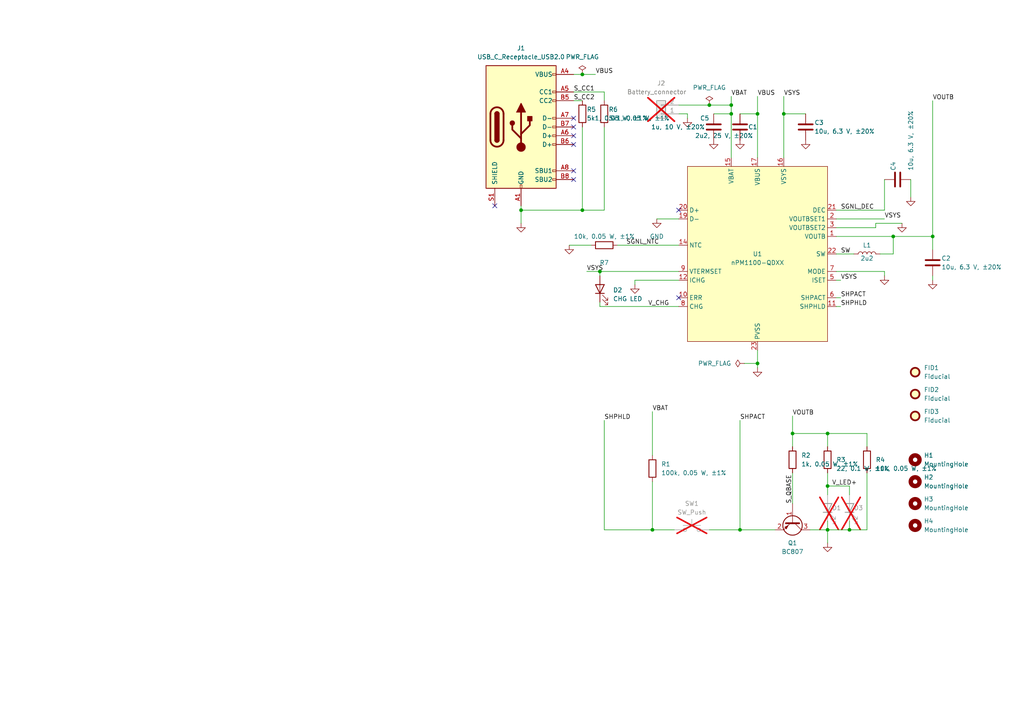
<source format=kicad_sch>
(kicad_sch (version 20230121) (generator eeschema)

  (uuid 2d7e2344-0cf8-4341-89c9-c65ba6b05648)

  (paper "A4")

  (lib_symbols
    (symbol "Connector:USB_C_Receptacle_USB2.0" (pin_names (offset 1.016)) (in_bom yes) (on_board yes)
      (property "Reference" "J" (at -10.16 19.05 0)
        (effects (font (size 1.27 1.27)) (justify left))
      )
      (property "Value" "USB_C_Receptacle_USB2.0" (at 19.05 19.05 0)
        (effects (font (size 1.27 1.27)) (justify right))
      )
      (property "Footprint" "" (at 3.81 0 0)
        (effects (font (size 1.27 1.27)) hide)
      )
      (property "Datasheet" "https://www.usb.org/sites/default/files/documents/usb_type-c.zip" (at 3.81 0 0)
        (effects (font (size 1.27 1.27)) hide)
      )
      (property "ki_keywords" "usb universal serial bus type-C USB2.0" (at 0 0 0)
        (effects (font (size 1.27 1.27)) hide)
      )
      (property "ki_description" "USB 2.0-only Type-C Receptacle connector" (at 0 0 0)
        (effects (font (size 1.27 1.27)) hide)
      )
      (property "ki_fp_filters" "USB*C*Receptacle*" (at 0 0 0)
        (effects (font (size 1.27 1.27)) hide)
      )
      (symbol "USB_C_Receptacle_USB2.0_0_0"
        (rectangle (start -0.254 -17.78) (end 0.254 -16.764)
          (stroke (width 0) (type default))
          (fill (type none))
        )
        (rectangle (start 10.16 -14.986) (end 9.144 -15.494)
          (stroke (width 0) (type default))
          (fill (type none))
        )
        (rectangle (start 10.16 -12.446) (end 9.144 -12.954)
          (stroke (width 0) (type default))
          (fill (type none))
        )
        (rectangle (start 10.16 -4.826) (end 9.144 -5.334)
          (stroke (width 0) (type default))
          (fill (type none))
        )
        (rectangle (start 10.16 -2.286) (end 9.144 -2.794)
          (stroke (width 0) (type default))
          (fill (type none))
        )
        (rectangle (start 10.16 0.254) (end 9.144 -0.254)
          (stroke (width 0) (type default))
          (fill (type none))
        )
        (rectangle (start 10.16 2.794) (end 9.144 2.286)
          (stroke (width 0) (type default))
          (fill (type none))
        )
        (rectangle (start 10.16 7.874) (end 9.144 7.366)
          (stroke (width 0) (type default))
          (fill (type none))
        )
        (rectangle (start 10.16 10.414) (end 9.144 9.906)
          (stroke (width 0) (type default))
          (fill (type none))
        )
        (rectangle (start 10.16 15.494) (end 9.144 14.986)
          (stroke (width 0) (type default))
          (fill (type none))
        )
      )
      (symbol "USB_C_Receptacle_USB2.0_0_1"
        (rectangle (start -10.16 17.78) (end 10.16 -17.78)
          (stroke (width 0.254) (type default))
          (fill (type background))
        )
        (arc (start -8.89 -3.81) (mid -6.985 -5.7067) (end -5.08 -3.81)
          (stroke (width 0.508) (type default))
          (fill (type none))
        )
        (arc (start -7.62 -3.81) (mid -6.985 -4.4423) (end -6.35 -3.81)
          (stroke (width 0.254) (type default))
          (fill (type none))
        )
        (arc (start -7.62 -3.81) (mid -6.985 -4.4423) (end -6.35 -3.81)
          (stroke (width 0.254) (type default))
          (fill (type outline))
        )
        (rectangle (start -7.62 -3.81) (end -6.35 3.81)
          (stroke (width 0.254) (type default))
          (fill (type outline))
        )
        (arc (start -6.35 3.81) (mid -6.985 4.4423) (end -7.62 3.81)
          (stroke (width 0.254) (type default))
          (fill (type none))
        )
        (arc (start -6.35 3.81) (mid -6.985 4.4423) (end -7.62 3.81)
          (stroke (width 0.254) (type default))
          (fill (type outline))
        )
        (arc (start -5.08 3.81) (mid -6.985 5.7067) (end -8.89 3.81)
          (stroke (width 0.508) (type default))
          (fill (type none))
        )
        (circle (center -2.54 1.143) (radius 0.635)
          (stroke (width 0.254) (type default))
          (fill (type outline))
        )
        (circle (center 0 -5.842) (radius 1.27)
          (stroke (width 0) (type default))
          (fill (type outline))
        )
        (polyline
          (pts
            (xy -8.89 -3.81)
            (xy -8.89 3.81)
          )
          (stroke (width 0.508) (type default))
          (fill (type none))
        )
        (polyline
          (pts
            (xy -5.08 3.81)
            (xy -5.08 -3.81)
          )
          (stroke (width 0.508) (type default))
          (fill (type none))
        )
        (polyline
          (pts
            (xy 0 -5.842)
            (xy 0 4.318)
          )
          (stroke (width 0.508) (type default))
          (fill (type none))
        )
        (polyline
          (pts
            (xy 0 -3.302)
            (xy -2.54 -0.762)
            (xy -2.54 0.508)
          )
          (stroke (width 0.508) (type default))
          (fill (type none))
        )
        (polyline
          (pts
            (xy 0 -2.032)
            (xy 2.54 0.508)
            (xy 2.54 1.778)
          )
          (stroke (width 0.508) (type default))
          (fill (type none))
        )
        (polyline
          (pts
            (xy -1.27 4.318)
            (xy 0 6.858)
            (xy 1.27 4.318)
            (xy -1.27 4.318)
          )
          (stroke (width 0.254) (type default))
          (fill (type outline))
        )
        (rectangle (start 1.905 1.778) (end 3.175 3.048)
          (stroke (width 0.254) (type default))
          (fill (type outline))
        )
      )
      (symbol "USB_C_Receptacle_USB2.0_1_1"
        (pin passive line (at 0 -22.86 90) (length 5.08)
          (name "GND" (effects (font (size 1.27 1.27))))
          (number "A1" (effects (font (size 1.27 1.27))))
        )
        (pin passive line (at 0 -22.86 90) (length 5.08) hide
          (name "GND" (effects (font (size 1.27 1.27))))
          (number "A12" (effects (font (size 1.27 1.27))))
        )
        (pin passive line (at 15.24 15.24 180) (length 5.08)
          (name "VBUS" (effects (font (size 1.27 1.27))))
          (number "A4" (effects (font (size 1.27 1.27))))
        )
        (pin bidirectional line (at 15.24 10.16 180) (length 5.08)
          (name "CC1" (effects (font (size 1.27 1.27))))
          (number "A5" (effects (font (size 1.27 1.27))))
        )
        (pin bidirectional line (at 15.24 -2.54 180) (length 5.08)
          (name "D+" (effects (font (size 1.27 1.27))))
          (number "A6" (effects (font (size 1.27 1.27))))
        )
        (pin bidirectional line (at 15.24 2.54 180) (length 5.08)
          (name "D-" (effects (font (size 1.27 1.27))))
          (number "A7" (effects (font (size 1.27 1.27))))
        )
        (pin bidirectional line (at 15.24 -12.7 180) (length 5.08)
          (name "SBU1" (effects (font (size 1.27 1.27))))
          (number "A8" (effects (font (size 1.27 1.27))))
        )
        (pin passive line (at 15.24 15.24 180) (length 5.08) hide
          (name "VBUS" (effects (font (size 1.27 1.27))))
          (number "A9" (effects (font (size 1.27 1.27))))
        )
        (pin passive line (at 0 -22.86 90) (length 5.08) hide
          (name "GND" (effects (font (size 1.27 1.27))))
          (number "B1" (effects (font (size 1.27 1.27))))
        )
        (pin passive line (at 0 -22.86 90) (length 5.08) hide
          (name "GND" (effects (font (size 1.27 1.27))))
          (number "B12" (effects (font (size 1.27 1.27))))
        )
        (pin passive line (at 15.24 15.24 180) (length 5.08) hide
          (name "VBUS" (effects (font (size 1.27 1.27))))
          (number "B4" (effects (font (size 1.27 1.27))))
        )
        (pin bidirectional line (at 15.24 7.62 180) (length 5.08)
          (name "CC2" (effects (font (size 1.27 1.27))))
          (number "B5" (effects (font (size 1.27 1.27))))
        )
        (pin bidirectional line (at 15.24 -5.08 180) (length 5.08)
          (name "D+" (effects (font (size 1.27 1.27))))
          (number "B6" (effects (font (size 1.27 1.27))))
        )
        (pin bidirectional line (at 15.24 0 180) (length 5.08)
          (name "D-" (effects (font (size 1.27 1.27))))
          (number "B7" (effects (font (size 1.27 1.27))))
        )
        (pin bidirectional line (at 15.24 -15.24 180) (length 5.08)
          (name "SBU2" (effects (font (size 1.27 1.27))))
          (number "B8" (effects (font (size 1.27 1.27))))
        )
        (pin passive line (at 15.24 15.24 180) (length 5.08) hide
          (name "VBUS" (effects (font (size 1.27 1.27))))
          (number "B9" (effects (font (size 1.27 1.27))))
        )
        (pin passive line (at -7.62 -22.86 90) (length 5.08)
          (name "SHIELD" (effects (font (size 1.27 1.27))))
          (number "S1" (effects (font (size 1.27 1.27))))
        )
      )
    )
    (symbol "Connector_Generic:Conn_01x02" (pin_names (offset 1.016) hide) (in_bom yes) (on_board yes)
      (property "Reference" "J" (at 0 2.54 0)
        (effects (font (size 1.27 1.27)))
      )
      (property "Value" "Conn_01x02" (at 0 -5.08 0)
        (effects (font (size 1.27 1.27)))
      )
      (property "Footprint" "" (at 0 0 0)
        (effects (font (size 1.27 1.27)) hide)
      )
      (property "Datasheet" "~" (at 0 0 0)
        (effects (font (size 1.27 1.27)) hide)
      )
      (property "ki_keywords" "connector" (at 0 0 0)
        (effects (font (size 1.27 1.27)) hide)
      )
      (property "ki_description" "Generic connector, single row, 01x02, script generated (kicad-library-utils/schlib/autogen/connector/)" (at 0 0 0)
        (effects (font (size 1.27 1.27)) hide)
      )
      (property "ki_fp_filters" "Connector*:*_1x??_*" (at 0 0 0)
        (effects (font (size 1.27 1.27)) hide)
      )
      (symbol "Conn_01x02_1_1"
        (rectangle (start -1.27 -2.413) (end 0 -2.667)
          (stroke (width 0.1524) (type default))
          (fill (type none))
        )
        (rectangle (start -1.27 0.127) (end 0 -0.127)
          (stroke (width 0.1524) (type default))
          (fill (type none))
        )
        (rectangle (start -1.27 1.27) (end 1.27 -3.81)
          (stroke (width 0.254) (type default))
          (fill (type background))
        )
        (pin passive line (at -5.08 0 0) (length 3.81)
          (name "Pin_1" (effects (font (size 1.27 1.27))))
          (number "1" (effects (font (size 1.27 1.27))))
        )
        (pin passive line (at -5.08 -2.54 0) (length 3.81)
          (name "Pin_2" (effects (font (size 1.27 1.27))))
          (number "2" (effects (font (size 1.27 1.27))))
        )
      )
    )
    (symbol "Device:C" (pin_numbers hide) (pin_names (offset 0.254)) (in_bom yes) (on_board yes)
      (property "Reference" "C" (at 0.635 2.54 0)
        (effects (font (size 1.27 1.27)) (justify left))
      )
      (property "Value" "C" (at 0.635 -2.54 0)
        (effects (font (size 1.27 1.27)) (justify left))
      )
      (property "Footprint" "" (at 0.9652 -3.81 0)
        (effects (font (size 1.27 1.27)) hide)
      )
      (property "Datasheet" "~" (at 0 0 0)
        (effects (font (size 1.27 1.27)) hide)
      )
      (property "ki_keywords" "cap capacitor" (at 0 0 0)
        (effects (font (size 1.27 1.27)) hide)
      )
      (property "ki_description" "Unpolarized capacitor" (at 0 0 0)
        (effects (font (size 1.27 1.27)) hide)
      )
      (property "ki_fp_filters" "C_*" (at 0 0 0)
        (effects (font (size 1.27 1.27)) hide)
      )
      (symbol "C_0_1"
        (polyline
          (pts
            (xy -2.032 -0.762)
            (xy 2.032 -0.762)
          )
          (stroke (width 0.508) (type default))
          (fill (type none))
        )
        (polyline
          (pts
            (xy -2.032 0.762)
            (xy 2.032 0.762)
          )
          (stroke (width 0.508) (type default))
          (fill (type none))
        )
      )
      (symbol "C_1_1"
        (pin passive line (at 0 3.81 270) (length 2.794)
          (name "~" (effects (font (size 1.27 1.27))))
          (number "1" (effects (font (size 1.27 1.27))))
        )
        (pin passive line (at 0 -3.81 90) (length 2.794)
          (name "~" (effects (font (size 1.27 1.27))))
          (number "2" (effects (font (size 1.27 1.27))))
        )
      )
    )
    (symbol "Device:L" (pin_numbers hide) (pin_names (offset 1.016) hide) (in_bom yes) (on_board yes)
      (property "Reference" "L" (at -1.27 0 90)
        (effects (font (size 1.27 1.27)))
      )
      (property "Value" "L" (at 1.905 0 90)
        (effects (font (size 1.27 1.27)))
      )
      (property "Footprint" "" (at 0 0 0)
        (effects (font (size 1.27 1.27)) hide)
      )
      (property "Datasheet" "~" (at 0 0 0)
        (effects (font (size 1.27 1.27)) hide)
      )
      (property "ki_keywords" "inductor choke coil reactor magnetic" (at 0 0 0)
        (effects (font (size 1.27 1.27)) hide)
      )
      (property "ki_description" "Inductor" (at 0 0 0)
        (effects (font (size 1.27 1.27)) hide)
      )
      (property "ki_fp_filters" "Choke_* *Coil* Inductor_* L_*" (at 0 0 0)
        (effects (font (size 1.27 1.27)) hide)
      )
      (symbol "L_0_1"
        (arc (start 0 -2.54) (mid 0.6323 -1.905) (end 0 -1.27)
          (stroke (width 0) (type default))
          (fill (type none))
        )
        (arc (start 0 -1.27) (mid 0.6323 -0.635) (end 0 0)
          (stroke (width 0) (type default))
          (fill (type none))
        )
        (arc (start 0 0) (mid 0.6323 0.635) (end 0 1.27)
          (stroke (width 0) (type default))
          (fill (type none))
        )
        (arc (start 0 1.27) (mid 0.6323 1.905) (end 0 2.54)
          (stroke (width 0) (type default))
          (fill (type none))
        )
      )
      (symbol "L_1_1"
        (pin passive line (at 0 3.81 270) (length 1.27)
          (name "1" (effects (font (size 1.27 1.27))))
          (number "1" (effects (font (size 1.27 1.27))))
        )
        (pin passive line (at 0 -3.81 90) (length 1.27)
          (name "2" (effects (font (size 1.27 1.27))))
          (number "2" (effects (font (size 1.27 1.27))))
        )
      )
    )
    (symbol "Device:LED" (pin_numbers hide) (pin_names (offset 1.016) hide) (in_bom yes) (on_board yes)
      (property "Reference" "D" (at 0 2.54 0)
        (effects (font (size 1.27 1.27)))
      )
      (property "Value" "LED" (at 0 -2.54 0)
        (effects (font (size 1.27 1.27)))
      )
      (property "Footprint" "" (at 0 0 0)
        (effects (font (size 1.27 1.27)) hide)
      )
      (property "Datasheet" "~" (at 0 0 0)
        (effects (font (size 1.27 1.27)) hide)
      )
      (property "ki_keywords" "LED diode" (at 0 0 0)
        (effects (font (size 1.27 1.27)) hide)
      )
      (property "ki_description" "Light emitting diode" (at 0 0 0)
        (effects (font (size 1.27 1.27)) hide)
      )
      (property "ki_fp_filters" "LED* LED_SMD:* LED_THT:*" (at 0 0 0)
        (effects (font (size 1.27 1.27)) hide)
      )
      (symbol "LED_0_1"
        (polyline
          (pts
            (xy -1.27 -1.27)
            (xy -1.27 1.27)
          )
          (stroke (width 0.254) (type default))
          (fill (type none))
        )
        (polyline
          (pts
            (xy -1.27 0)
            (xy 1.27 0)
          )
          (stroke (width 0) (type default))
          (fill (type none))
        )
        (polyline
          (pts
            (xy 1.27 -1.27)
            (xy 1.27 1.27)
            (xy -1.27 0)
            (xy 1.27 -1.27)
          )
          (stroke (width 0.254) (type default))
          (fill (type none))
        )
        (polyline
          (pts
            (xy -3.048 -0.762)
            (xy -4.572 -2.286)
            (xy -3.81 -2.286)
            (xy -4.572 -2.286)
            (xy -4.572 -1.524)
          )
          (stroke (width 0) (type default))
          (fill (type none))
        )
        (polyline
          (pts
            (xy -1.778 -0.762)
            (xy -3.302 -2.286)
            (xy -2.54 -2.286)
            (xy -3.302 -2.286)
            (xy -3.302 -1.524)
          )
          (stroke (width 0) (type default))
          (fill (type none))
        )
      )
      (symbol "LED_1_1"
        (pin passive line (at -3.81 0 0) (length 2.54)
          (name "K" (effects (font (size 1.27 1.27))))
          (number "1" (effects (font (size 1.27 1.27))))
        )
        (pin passive line (at 3.81 0 180) (length 2.54)
          (name "A" (effects (font (size 1.27 1.27))))
          (number "2" (effects (font (size 1.27 1.27))))
        )
      )
    )
    (symbol "Device:R" (pin_numbers hide) (pin_names (offset 0)) (in_bom yes) (on_board yes)
      (property "Reference" "R" (at 2.032 0 90)
        (effects (font (size 1.27 1.27)))
      )
      (property "Value" "R" (at 0 0 90)
        (effects (font (size 1.27 1.27)))
      )
      (property "Footprint" "" (at -1.778 0 90)
        (effects (font (size 1.27 1.27)) hide)
      )
      (property "Datasheet" "~" (at 0 0 0)
        (effects (font (size 1.27 1.27)) hide)
      )
      (property "ki_keywords" "R res resistor" (at 0 0 0)
        (effects (font (size 1.27 1.27)) hide)
      )
      (property "ki_description" "Resistor" (at 0 0 0)
        (effects (font (size 1.27 1.27)) hide)
      )
      (property "ki_fp_filters" "R_*" (at 0 0 0)
        (effects (font (size 1.27 1.27)) hide)
      )
      (symbol "R_0_1"
        (rectangle (start -1.016 -2.54) (end 1.016 2.54)
          (stroke (width 0.254) (type default))
          (fill (type none))
        )
      )
      (symbol "R_1_1"
        (pin passive line (at 0 3.81 270) (length 1.27)
          (name "~" (effects (font (size 1.27 1.27))))
          (number "1" (effects (font (size 1.27 1.27))))
        )
        (pin passive line (at 0 -3.81 90) (length 1.27)
          (name "~" (effects (font (size 1.27 1.27))))
          (number "2" (effects (font (size 1.27 1.27))))
        )
      )
    )
    (symbol "Mechanical:Fiducial" (in_bom yes) (on_board yes)
      (property "Reference" "FID" (at 0 5.08 0)
        (effects (font (size 1.27 1.27)))
      )
      (property "Value" "Fiducial" (at 0 3.175 0)
        (effects (font (size 1.27 1.27)))
      )
      (property "Footprint" "" (at 0 0 0)
        (effects (font (size 1.27 1.27)) hide)
      )
      (property "Datasheet" "~" (at 0 0 0)
        (effects (font (size 1.27 1.27)) hide)
      )
      (property "ki_keywords" "fiducial marker" (at 0 0 0)
        (effects (font (size 1.27 1.27)) hide)
      )
      (property "ki_description" "Fiducial Marker" (at 0 0 0)
        (effects (font (size 1.27 1.27)) hide)
      )
      (property "ki_fp_filters" "Fiducial*" (at 0 0 0)
        (effects (font (size 1.27 1.27)) hide)
      )
      (symbol "Fiducial_0_1"
        (circle (center 0 0) (radius 1.27)
          (stroke (width 0.508) (type default))
          (fill (type background))
        )
      )
    )
    (symbol "Mechanical:MountingHole" (pin_names (offset 1.016)) (in_bom yes) (on_board yes)
      (property "Reference" "H" (at 0 5.08 0)
        (effects (font (size 1.27 1.27)))
      )
      (property "Value" "MountingHole" (at 0 3.175 0)
        (effects (font (size 1.27 1.27)))
      )
      (property "Footprint" "" (at 0 0 0)
        (effects (font (size 1.27 1.27)) hide)
      )
      (property "Datasheet" "~" (at 0 0 0)
        (effects (font (size 1.27 1.27)) hide)
      )
      (property "ki_keywords" "mounting hole" (at 0 0 0)
        (effects (font (size 1.27 1.27)) hide)
      )
      (property "ki_description" "Mounting Hole without connection" (at 0 0 0)
        (effects (font (size 1.27 1.27)) hide)
      )
      (property "ki_fp_filters" "MountingHole*" (at 0 0 0)
        (effects (font (size 1.27 1.27)) hide)
      )
      (symbol "MountingHole_0_1"
        (circle (center 0 0) (radius 1.27)
          (stroke (width 1.27) (type default))
          (fill (type none))
        )
      )
    )
    (symbol "PCM_nordic-lib-kicad-npm:nPM1100-QDXX" (in_bom yes) (on_board yes)
      (property "Reference" "U" (at 0 0 0) (do_not_autoplace)
        (effects (font (size 1.27 1.27)))
      )
      (property "Value" "nPM1100-QDXX" (at 0 -2.54 0) (do_not_autoplace)
        (effects (font (size 1.27 1.27)))
      )
      (property "Footprint" "Package_DFN_QFN:QFN-24-1EP_4x4mm_P0.5mm_EP2.6x2.6mm_ThermalVias" (at 0 -5.08 0)
        (effects (font (size 1.27 1.27)) hide)
      )
      (property "Datasheet" "https://docs.nordicsemi.com/bundle/ps_npm1100" (at 0 0 0)
        (effects (font (size 1.27 1.27)) hide)
      )
      (property "ki_keywords" "PMIC Charger Regulator" (at 0 0 0)
        (effects (font (size 1.27 1.27)) hide)
      )
      (property "ki_description" "PMIC and Battery Charger, QFN-24" (at 0 0 0)
        (effects (font (size 1.27 1.27)) hide)
      )
      (property "ki_fp_filters" "QFN*1EP*4x4mm*P0.5mm*EP2.6x2.6mm*" (at 0 0 0)
        (effects (font (size 1.27 1.27)) hide)
      )
      (symbol "nPM1100-QDXX_0_0"
        (pin power_out line (at 22.86 5.08 180) (length 2.54)
          (name "VOUTB" (effects (font (size 1.27 1.27))))
          (number "1" (effects (font (size 1.27 1.27))))
        )
        (pin passive line (at -22.86 -12.7 0) (length 2.54)
          (name "ERR" (effects (font (size 1.27 1.27))))
          (number "10" (effects (font (size 1.27 1.27))))
        )
        (pin passive line (at 22.86 -15.24 180) (length 2.54)
          (name "SHPHLD" (effects (font (size 1.27 1.27))))
          (number "11" (effects (font (size 1.27 1.27))))
        )
        (pin passive line (at -22.86 -7.62 0) (length 2.54)
          (name "ICHG" (effects (font (size 1.27 1.27))))
          (number "12" (effects (font (size 1.27 1.27))))
        )
        (pin passive line (at -22.86 2.54 0) (length 2.54)
          (name "NTC" (effects (font (size 1.27 1.27))))
          (number "14" (effects (font (size 1.27 1.27))))
        )
        (pin power_in line (at -7.62 27.94 270) (length 2.54)
          (name "VBAT" (effects (font (size 1.27 1.27))))
          (number "15" (effects (font (size 1.27 1.27))))
        )
        (pin power_out line (at 7.62 27.94 270) (length 2.54)
          (name "VSYS" (effects (font (size 1.27 1.27))))
          (number "16" (effects (font (size 1.27 1.27))))
        )
        (pin power_in line (at 0 27.94 270) (length 2.54)
          (name "VBUS" (effects (font (size 1.27 1.27))))
          (number "17" (effects (font (size 1.27 1.27))))
        )
        (pin bidirectional line (at -22.86 10.16 0) (length 2.54)
          (name "D-" (effects (font (size 1.27 1.27))))
          (number "19" (effects (font (size 1.27 1.27))))
        )
        (pin passive line (at 22.86 10.16 180) (length 2.54)
          (name "VOUTBSET1" (effects (font (size 1.27 1.27))))
          (number "2" (effects (font (size 1.27 1.27))))
        )
        (pin bidirectional line (at -22.86 12.7 0) (length 2.54)
          (name "D+" (effects (font (size 1.27 1.27))))
          (number "20" (effects (font (size 1.27 1.27))))
        )
        (pin passive line (at 22.86 12.7 180) (length 2.54)
          (name "DEC" (effects (font (size 1.27 1.27))))
          (number "21" (effects (font (size 1.27 1.27))))
        )
        (pin passive line (at 22.86 0 180) (length 2.54)
          (name "SW" (effects (font (size 1.27 1.27))))
          (number "22" (effects (font (size 1.27 1.27))))
        )
        (pin power_in line (at 0 -27.94 90) (length 2.54)
          (name "PVSS" (effects (font (size 1.27 1.27))))
          (number "23" (effects (font (size 1.27 1.27))))
        )
        (pin passive line (at 22.86 7.62 180) (length 2.54)
          (name "VOUTBSET2" (effects (font (size 1.27 1.27))))
          (number "3" (effects (font (size 1.27 1.27))))
        )
        (pin passive line (at 22.86 -7.62 180) (length 2.54)
          (name "ISET" (effects (font (size 1.27 1.27))))
          (number "5" (effects (font (size 1.27 1.27))))
        )
        (pin passive line (at 22.86 -12.7 180) (length 2.54)
          (name "SHPACT" (effects (font (size 1.27 1.27))))
          (number "6" (effects (font (size 1.27 1.27))))
        )
        (pin passive line (at 22.86 -5.08 180) (length 2.54)
          (name "MODE" (effects (font (size 1.27 1.27))))
          (number "7" (effects (font (size 1.27 1.27))))
        )
        (pin passive line (at -22.86 -15.24 0) (length 2.54)
          (name "CHG" (effects (font (size 1.27 1.27))))
          (number "8" (effects (font (size 1.27 1.27))))
        )
        (pin passive line (at -22.86 -5.08 0) (length 2.54)
          (name "VTERMSET" (effects (font (size 1.27 1.27))))
          (number "9" (effects (font (size 1.27 1.27))))
        )
      )
      (symbol "nPM1100-QDXX_1_0"
        (pin no_connect line (at 10.16 -25.4 90) (length 2.54) hide
          (name "NC" (effects (font (size 1.27 1.27))))
          (number "13" (effects (font (size 1.27 1.27))))
        )
        (pin no_connect line (at 12.7 -25.4 90) (length 2.54) hide
          (name "NC" (effects (font (size 1.27 1.27))))
          (number "18" (effects (font (size 1.27 1.27))))
        )
        (pin no_connect line (at 7.62 -25.4 90) (length 2.54) hide
          (name "NC" (effects (font (size 1.27 1.27))))
          (number "24" (effects (font (size 1.27 1.27))))
        )
        (pin passive line (at 0 -27.94 90) (length 2.54) hide
          (name "PVSS" (effects (font (size 1.27 1.27))))
          (number "25" (effects (font (size 1.27 1.27))))
        )
        (pin no_connect line (at 15.24 -25.4 90) (length 2.54) hide
          (name "NC" (effects (font (size 1.27 1.27))))
          (number "4" (effects (font (size 1.27 1.27))))
        )
      )
      (symbol "nPM1100-QDXX_1_1"
        (rectangle (start -20.32 25.4) (end 20.32 -25.4)
          (stroke (width 0) (type default))
          (fill (type background))
        )
      )
    )
    (symbol "Switch:SW_Push" (pin_numbers hide) (pin_names (offset 1.016) hide) (in_bom yes) (on_board yes)
      (property "Reference" "SW" (at 1.27 2.54 0)
        (effects (font (size 1.27 1.27)) (justify left))
      )
      (property "Value" "SW_Push" (at 0 -1.524 0)
        (effects (font (size 1.27 1.27)))
      )
      (property "Footprint" "" (at 0 5.08 0)
        (effects (font (size 1.27 1.27)) hide)
      )
      (property "Datasheet" "~" (at 0 5.08 0)
        (effects (font (size 1.27 1.27)) hide)
      )
      (property "ki_keywords" "switch normally-open pushbutton push-button" (at 0 0 0)
        (effects (font (size 1.27 1.27)) hide)
      )
      (property "ki_description" "Push button switch, generic, two pins" (at 0 0 0)
        (effects (font (size 1.27 1.27)) hide)
      )
      (symbol "SW_Push_0_1"
        (circle (center -2.032 0) (radius 0.508)
          (stroke (width 0) (type default))
          (fill (type none))
        )
        (polyline
          (pts
            (xy 0 1.27)
            (xy 0 3.048)
          )
          (stroke (width 0) (type default))
          (fill (type none))
        )
        (polyline
          (pts
            (xy 2.54 1.27)
            (xy -2.54 1.27)
          )
          (stroke (width 0) (type default))
          (fill (type none))
        )
        (circle (center 2.032 0) (radius 0.508)
          (stroke (width 0) (type default))
          (fill (type none))
        )
        (pin passive line (at -5.08 0 0) (length 2.54)
          (name "1" (effects (font (size 1.27 1.27))))
          (number "1" (effects (font (size 1.27 1.27))))
        )
        (pin passive line (at 5.08 0 180) (length 2.54)
          (name "2" (effects (font (size 1.27 1.27))))
          (number "2" (effects (font (size 1.27 1.27))))
        )
      )
    )
    (symbol "Transistor_BJT:BC807" (pin_names (offset 0) hide) (in_bom yes) (on_board yes)
      (property "Reference" "Q" (at 5.08 1.905 0)
        (effects (font (size 1.27 1.27)) (justify left))
      )
      (property "Value" "BC807" (at 5.08 0 0)
        (effects (font (size 1.27 1.27)) (justify left))
      )
      (property "Footprint" "Package_TO_SOT_SMD:SOT-23" (at 5.08 -1.905 0)
        (effects (font (size 1.27 1.27) italic) (justify left) hide)
      )
      (property "Datasheet" "https://www.onsemi.com/pub/Collateral/BC808-D.pdf" (at 0 0 0)
        (effects (font (size 1.27 1.27)) (justify left) hide)
      )
      (property "ki_keywords" "PNP Transistor" (at 0 0 0)
        (effects (font (size 1.27 1.27)) hide)
      )
      (property "ki_description" "0.8A Ic, 45V Vce, PNP Transistor, SOT-23" (at 0 0 0)
        (effects (font (size 1.27 1.27)) hide)
      )
      (property "ki_fp_filters" "SOT?23*" (at 0 0 0)
        (effects (font (size 1.27 1.27)) hide)
      )
      (symbol "BC807_0_1"
        (polyline
          (pts
            (xy 0.635 0.635)
            (xy 2.54 2.54)
          )
          (stroke (width 0) (type default))
          (fill (type none))
        )
        (polyline
          (pts
            (xy 0.635 -0.635)
            (xy 2.54 -2.54)
            (xy 2.54 -2.54)
          )
          (stroke (width 0) (type default))
          (fill (type none))
        )
        (polyline
          (pts
            (xy 0.635 1.905)
            (xy 0.635 -1.905)
            (xy 0.635 -1.905)
          )
          (stroke (width 0.508) (type default))
          (fill (type none))
        )
        (polyline
          (pts
            (xy 2.286 -1.778)
            (xy 1.778 -2.286)
            (xy 1.27 -1.27)
            (xy 2.286 -1.778)
            (xy 2.286 -1.778)
          )
          (stroke (width 0) (type default))
          (fill (type outline))
        )
        (circle (center 1.27 0) (radius 2.8194)
          (stroke (width 0.254) (type default))
          (fill (type none))
        )
      )
      (symbol "BC807_1_1"
        (pin input line (at -5.08 0 0) (length 5.715)
          (name "B" (effects (font (size 1.27 1.27))))
          (number "1" (effects (font (size 1.27 1.27))))
        )
        (pin passive line (at 2.54 -5.08 90) (length 2.54)
          (name "E" (effects (font (size 1.27 1.27))))
          (number "2" (effects (font (size 1.27 1.27))))
        )
        (pin passive line (at 2.54 5.08 270) (length 2.54)
          (name "C" (effects (font (size 1.27 1.27))))
          (number "3" (effects (font (size 1.27 1.27))))
        )
      )
    )
    (symbol "power:GND" (power) (pin_names (offset 0)) (in_bom yes) (on_board yes)
      (property "Reference" "#PWR" (at 0 -6.35 0)
        (effects (font (size 1.27 1.27)) hide)
      )
      (property "Value" "GND" (at 0 -3.81 0)
        (effects (font (size 1.27 1.27)))
      )
      (property "Footprint" "" (at 0 0 0)
        (effects (font (size 1.27 1.27)) hide)
      )
      (property "Datasheet" "" (at 0 0 0)
        (effects (font (size 1.27 1.27)) hide)
      )
      (property "ki_keywords" "global power" (at 0 0 0)
        (effects (font (size 1.27 1.27)) hide)
      )
      (property "ki_description" "Power symbol creates a global label with name \"GND\" , ground" (at 0 0 0)
        (effects (font (size 1.27 1.27)) hide)
      )
      (symbol "GND_0_1"
        (polyline
          (pts
            (xy 0 0)
            (xy 0 -1.27)
            (xy 1.27 -1.27)
            (xy 0 -2.54)
            (xy -1.27 -1.27)
            (xy 0 -1.27)
          )
          (stroke (width 0) (type default))
          (fill (type none))
        )
      )
      (symbol "GND_1_1"
        (pin power_in line (at 0 0 270) (length 0) hide
          (name "GND" (effects (font (size 1.27 1.27))))
          (number "1" (effects (font (size 1.27 1.27))))
        )
      )
    )
    (symbol "power:PWR_FLAG" (power) (pin_numbers hide) (pin_names (offset 0) hide) (in_bom yes) (on_board yes)
      (property "Reference" "#FLG" (at 0 1.905 0)
        (effects (font (size 1.27 1.27)) hide)
      )
      (property "Value" "PWR_FLAG" (at 0 3.81 0)
        (effects (font (size 1.27 1.27)))
      )
      (property "Footprint" "" (at 0 0 0)
        (effects (font (size 1.27 1.27)) hide)
      )
      (property "Datasheet" "~" (at 0 0 0)
        (effects (font (size 1.27 1.27)) hide)
      )
      (property "ki_keywords" "flag power" (at 0 0 0)
        (effects (font (size 1.27 1.27)) hide)
      )
      (property "ki_description" "Special symbol for telling ERC where power comes from" (at 0 0 0)
        (effects (font (size 1.27 1.27)) hide)
      )
      (symbol "PWR_FLAG_0_0"
        (pin power_out line (at 0 0 90) (length 0)
          (name "pwr" (effects (font (size 1.27 1.27))))
          (number "1" (effects (font (size 1.27 1.27))))
        )
      )
      (symbol "PWR_FLAG_0_1"
        (polyline
          (pts
            (xy 0 0)
            (xy 0 1.27)
            (xy -1.016 1.905)
            (xy 0 2.54)
            (xy 1.016 1.905)
            (xy 0 1.27)
          )
          (stroke (width 0) (type default))
          (fill (type none))
        )
      )
    )
  )

  (junction (at 205.74 30.48) (diameter 0) (color 0 0 0 0)
    (uuid 0845101f-3e81-47c0-b896-01fd28f58677)
  )
  (junction (at 246.38 153.67) (diameter 0) (color 0 0 0 0)
    (uuid 15de2c7e-caa6-4eba-97d5-8e187f74bc82)
  )
  (junction (at 173.99 78.74) (diameter 0) (color 0 0 0 0)
    (uuid 16b795ce-8ea0-42b2-a1a4-9ca4e552d4c1)
  )
  (junction (at 219.71 33.02) (diameter 0) (color 0 0 0 0)
    (uuid 1892f2af-155e-488f-959e-7d0cd86082ca)
  )
  (junction (at 240.03 153.67) (diameter 0) (color 0 0 0 0)
    (uuid 1930106f-9bbd-44d0-93db-cc48b74fe7a7)
  )
  (junction (at 227.33 33.02) (diameter 0) (color 0 0 0 0)
    (uuid 1f47c6c2-47cc-449c-93c1-fff97d251610)
  )
  (junction (at 212.09 30.48) (diameter 0) (color 0 0 0 0)
    (uuid 20660fb1-8a18-4287-a69d-06877987ba53)
  )
  (junction (at 168.91 60.96) (diameter 0) (color 0 0 0 0)
    (uuid 24087b3f-242d-4df8-a76f-3e2ffb73bb6b)
  )
  (junction (at 219.71 105.41) (diameter 0) (color 0 0 0 0)
    (uuid 3171fe7d-b966-43eb-b7a9-aaf3a6780226)
  )
  (junction (at 189.23 153.67) (diameter 0) (color 0 0 0 0)
    (uuid 35cdb33f-64bf-4e6b-b7a4-1d0b5369121a)
  )
  (junction (at 168.91 21.59) (diameter 0) (color 0 0 0 0)
    (uuid 38445f71-518d-4823-b814-9bed1938954a)
  )
  (junction (at 240.03 125.73) (diameter 0) (color 0 0 0 0)
    (uuid 60479859-195d-4f7e-9919-d0b4f032dfd0)
  )
  (junction (at 259.08 68.58) (diameter 0) (color 0 0 0 0)
    (uuid 71b6b07c-5db5-4690-81d3-d8f323422473)
  )
  (junction (at 229.87 125.73) (diameter 0) (color 0 0 0 0)
    (uuid a8d8a7a7-ce2f-4606-a6a9-fc1a5716736f)
  )
  (junction (at 270.51 68.58) (diameter 0) (color 0 0 0 0)
    (uuid ac190650-af58-449f-aca6-17a3267cb22f)
  )
  (junction (at 151.13 60.96) (diameter 0) (color 0 0 0 0)
    (uuid c82cbda9-e0b8-414e-be1e-9ba85f6bc6d3)
  )
  (junction (at 240.03 140.97) (diameter 0) (color 0 0 0 0)
    (uuid d3119d4a-0f0b-41ff-a372-5558e22d9041)
  )
  (junction (at 212.09 33.02) (diameter 0) (color 0 0 0 0)
    (uuid ecae2765-7483-4bcb-910d-d650b11f1906)
  )
  (junction (at 214.63 153.67) (diameter 0) (color 0 0 0 0)
    (uuid f4445f92-72b1-43ae-9d07-e2ccdf8659e6)
  )

  (no_connect (at 196.85 60.96) (uuid 2b1ea747-fd23-453f-9868-60988325e31d))
  (no_connect (at 166.37 39.37) (uuid 2d1b1b60-0b0f-4415-8b8b-a065aa770c1b))
  (no_connect (at 166.37 49.53) (uuid 3eb102b4-5a8e-4296-ae25-1e18e09bf382))
  (no_connect (at 166.37 41.91) (uuid 58965c90-42b9-4b28-a11e-ffd9313b008d))
  (no_connect (at 143.51 59.69) (uuid 99a32b0b-c686-4766-ab63-77d76497bcdc))
  (no_connect (at 196.85 86.36) (uuid c1766120-dc64-47eb-b1fb-bd47aaf49ccd))
  (no_connect (at 166.37 52.07) (uuid d45f06ec-adff-4777-a007-cde310862b32))
  (no_connect (at 166.37 34.29) (uuid e0e0c54c-945d-4de5-bf68-432c4135e4b5))
  (no_connect (at 166.37 36.83) (uuid e5f46dd3-5ef3-42ef-a6b2-2b1fdf3da8df))

  (wire (pts (xy 212.09 33.02) (xy 212.09 45.72))
    (stroke (width 0) (type default))
    (uuid 0572d16f-e358-438b-8208-53a364c10ad7)
  )
  (wire (pts (xy 240.03 125.73) (xy 251.46 125.73))
    (stroke (width 0) (type default))
    (uuid 06711375-64ca-4d22-acd6-9eea14d17cc9)
  )
  (wire (pts (xy 270.51 29.21) (xy 270.51 68.58))
    (stroke (width 0) (type default))
    (uuid 06ecee8d-cbb8-4aa4-a874-713a1c21e83d)
  )
  (wire (pts (xy 259.08 73.66) (xy 259.08 68.58))
    (stroke (width 0) (type default))
    (uuid 07510f13-34c9-424e-8db8-bdfea1a65d1b)
  )
  (wire (pts (xy 173.99 88.9) (xy 196.85 88.9))
    (stroke (width 0) (type default))
    (uuid 07578780-6f47-4d4e-918c-f16e80fc30f6)
  )
  (wire (pts (xy 227.33 33.02) (xy 227.33 45.72))
    (stroke (width 0) (type default))
    (uuid 0ca2cfb5-0365-4593-8ba1-46e8670f5478)
  )
  (wire (pts (xy 219.71 105.41) (xy 219.71 101.6))
    (stroke (width 0) (type default))
    (uuid 0e0cc776-823d-4c4b-b24d-7058be22d556)
  )
  (wire (pts (xy 270.51 72.39) (xy 270.51 68.58))
    (stroke (width 0) (type default))
    (uuid 10c28685-9308-48b4-9939-25e1fefe205b)
  )
  (wire (pts (xy 151.13 59.69) (xy 151.13 60.96))
    (stroke (width 0) (type default))
    (uuid 187797b8-7548-417e-b7fe-22eefd011f9b)
  )
  (wire (pts (xy 259.08 68.58) (xy 270.51 68.58))
    (stroke (width 0) (type default))
    (uuid 21013449-a41e-4b70-bf8a-bcd73d316740)
  )
  (wire (pts (xy 242.57 81.28) (xy 243.84 81.28))
    (stroke (width 0) (type default))
    (uuid 2413c5b9-c410-4176-ae4b-ac85cb6be9a1)
  )
  (wire (pts (xy 240.03 151.13) (xy 240.03 153.67))
    (stroke (width 0) (type default))
    (uuid 25b6864c-4509-4fe9-a3a8-bf377dfbfb38)
  )
  (wire (pts (xy 246.38 151.13) (xy 246.38 153.67))
    (stroke (width 0) (type default))
    (uuid 2756f43c-bbbf-4b3b-b03a-0d76a4dce795)
  )
  (wire (pts (xy 256.54 52.07) (xy 256.54 60.96))
    (stroke (width 0) (type default))
    (uuid 2978f7c5-6712-4c52-87af-6c1dbf28c47f)
  )
  (wire (pts (xy 240.03 153.67) (xy 240.03 157.48))
    (stroke (width 0) (type default))
    (uuid 2ba4b0c7-b0e4-478b-b8c5-f47d0f498de2)
  )
  (wire (pts (xy 184.15 81.28) (xy 196.85 81.28))
    (stroke (width 0) (type default))
    (uuid 2da88d0f-6676-46bc-a8f0-da255aa55417)
  )
  (wire (pts (xy 264.16 52.07) (xy 264.16 57.15))
    (stroke (width 0) (type default))
    (uuid 2e167071-081c-42c4-b4b2-c0de24d6cedf)
  )
  (wire (pts (xy 254 66.04) (xy 242.57 66.04))
    (stroke (width 0) (type default))
    (uuid 32531b64-0552-4616-ad22-09c464f15912)
  )
  (wire (pts (xy 242.57 68.58) (xy 259.08 68.58))
    (stroke (width 0) (type default))
    (uuid 3f13c8c9-e5cd-4555-af1e-09e659aec5e3)
  )
  (wire (pts (xy 205.74 30.48) (xy 212.09 30.48))
    (stroke (width 0) (type default))
    (uuid 40e237c0-611d-4622-b7ea-1f7dcf860c41)
  )
  (wire (pts (xy 199.39 33.02) (xy 199.39 34.29))
    (stroke (width 0) (type default))
    (uuid 47db271e-a071-49c6-8c38-f43e6d087885)
  )
  (wire (pts (xy 254 64.77) (xy 261.62 64.77))
    (stroke (width 0) (type default))
    (uuid 498e010d-3855-4d12-bc5b-43b66287d48a)
  )
  (wire (pts (xy 229.87 125.73) (xy 240.03 125.73))
    (stroke (width 0) (type default))
    (uuid 499d9283-81c1-4c23-b080-05001186ddba)
  )
  (wire (pts (xy 219.71 33.02) (xy 219.71 45.72))
    (stroke (width 0) (type default))
    (uuid 49a04847-279f-4211-89c2-76ae63624b73)
  )
  (wire (pts (xy 215.9 105.41) (xy 219.71 105.41))
    (stroke (width 0) (type default))
    (uuid 4cff6d75-c633-4a47-a6ae-079b4cbe4328)
  )
  (wire (pts (xy 196.85 33.02) (xy 199.39 33.02))
    (stroke (width 0) (type default))
    (uuid 536b601c-7086-4981-8865-fdb26eb94eb2)
  )
  (wire (pts (xy 179.07 71.12) (xy 196.85 71.12))
    (stroke (width 0) (type default))
    (uuid 5675de36-0c08-46f4-af51-f3a35a904dbc)
  )
  (wire (pts (xy 256.54 78.74) (xy 242.57 78.74))
    (stroke (width 0) (type default))
    (uuid 6204f7c4-5755-4c71-b380-3762c18735e3)
  )
  (wire (pts (xy 173.99 78.74) (xy 196.85 78.74))
    (stroke (width 0) (type default))
    (uuid 650f5dfa-e9eb-4a49-af2d-b5d81c034332)
  )
  (wire (pts (xy 255.27 73.66) (xy 259.08 73.66))
    (stroke (width 0) (type default))
    (uuid 65369ca3-1062-4418-9e16-373e9c727cfc)
  )
  (wire (pts (xy 219.71 33.02) (xy 214.63 33.02))
    (stroke (width 0) (type default))
    (uuid 678ffd1c-34a1-4330-b298-9fb30068fbfb)
  )
  (wire (pts (xy 246.38 153.67) (xy 240.03 153.67))
    (stroke (width 0) (type default))
    (uuid 6b6773ff-786f-45c4-a861-ee37e9828d65)
  )
  (wire (pts (xy 240.03 137.16) (xy 240.03 140.97))
    (stroke (width 0) (type default))
    (uuid 70372f76-8264-460c-9d02-a2bfcbe3e8cf)
  )
  (wire (pts (xy 234.95 153.67) (xy 240.03 153.67))
    (stroke (width 0) (type default))
    (uuid 708f983a-35ce-4a1e-869c-6924c89647e6)
  )
  (wire (pts (xy 207.01 33.02) (xy 212.09 33.02))
    (stroke (width 0) (type default))
    (uuid 71174a0f-ee94-41b7-aa95-f162907d0c36)
  )
  (wire (pts (xy 175.26 153.67) (xy 189.23 153.67))
    (stroke (width 0) (type default))
    (uuid 726d13a7-1456-4909-b9e7-689e1d1cbc92)
  )
  (wire (pts (xy 214.63 153.67) (xy 224.79 153.67))
    (stroke (width 0) (type default))
    (uuid 7321b6f1-afd9-417c-be37-81fb463fded0)
  )
  (wire (pts (xy 175.26 36.83) (xy 175.26 60.96))
    (stroke (width 0) (type default))
    (uuid 76aff866-bcca-44ef-9ba8-60f66e7bf482)
  )
  (wire (pts (xy 227.33 27.94) (xy 227.33 33.02))
    (stroke (width 0) (type default))
    (uuid 795b68b6-022f-4f00-a4de-71e6a4e03575)
  )
  (wire (pts (xy 214.63 121.92) (xy 214.63 153.67))
    (stroke (width 0) (type default))
    (uuid 79d8b032-a22c-470b-9903-119c0083c867)
  )
  (wire (pts (xy 175.26 121.92) (xy 175.26 153.67))
    (stroke (width 0) (type default))
    (uuid 800e97dd-8929-4e5d-b253-37c62336e45f)
  )
  (wire (pts (xy 242.57 73.66) (xy 247.65 73.66))
    (stroke (width 0) (type default))
    (uuid 86303fe5-3b41-45ce-832a-841dd046ef7b)
  )
  (wire (pts (xy 212.09 27.94) (xy 212.09 30.48))
    (stroke (width 0) (type default))
    (uuid 87fee748-ae62-410d-9bec-f05bd298d5bb)
  )
  (wire (pts (xy 166.37 26.67) (xy 175.26 26.67))
    (stroke (width 0) (type default))
    (uuid 8908f016-362b-423f-9060-05f0f277234e)
  )
  (wire (pts (xy 256.54 63.5) (xy 242.57 63.5))
    (stroke (width 0) (type default))
    (uuid 9100ddaa-45d6-4cd5-89d8-4542b17f8d88)
  )
  (wire (pts (xy 251.46 129.54) (xy 251.46 125.73))
    (stroke (width 0) (type default))
    (uuid 9214dc9e-d03d-4d6e-8760-499c5091a455)
  )
  (wire (pts (xy 246.38 140.97) (xy 246.38 143.51))
    (stroke (width 0) (type default))
    (uuid 924e5b16-e8f6-4472-acfd-b43a5197a840)
  )
  (wire (pts (xy 184.15 82.55) (xy 184.15 81.28))
    (stroke (width 0) (type default))
    (uuid 96f79b73-d24f-4b4a-91fb-a9a102f4bb77)
  )
  (wire (pts (xy 242.57 88.9) (xy 243.84 88.9))
    (stroke (width 0) (type default))
    (uuid 9888633b-ebfc-4c09-be9f-6629f1a6d00e)
  )
  (wire (pts (xy 151.13 60.96) (xy 168.91 60.96))
    (stroke (width 0) (type default))
    (uuid 9cf8f3bc-56fe-4fa8-a980-c7d77f70604d)
  )
  (wire (pts (xy 168.91 21.59) (xy 172.72 21.59))
    (stroke (width 0) (type default))
    (uuid 9ed34a5c-8ea6-4ad3-9cf4-25766c48520c)
  )
  (wire (pts (xy 254 64.77) (xy 254 66.04))
    (stroke (width 0) (type default))
    (uuid a1135829-0b3a-4a07-922f-2f8809fd9a56)
  )
  (wire (pts (xy 212.09 30.48) (xy 212.09 33.02))
    (stroke (width 0) (type default))
    (uuid a5596239-28bd-4498-bbd7-f64e8e7bb7c4)
  )
  (wire (pts (xy 229.87 125.73) (xy 229.87 129.54))
    (stroke (width 0) (type default))
    (uuid a7235eb4-f44a-47ae-9f82-f727e8b41098)
  )
  (wire (pts (xy 173.99 80.01) (xy 173.99 78.74))
    (stroke (width 0) (type default))
    (uuid a97754ea-38b0-4184-aa86-8745c408ea2c)
  )
  (wire (pts (xy 196.85 30.48) (xy 205.74 30.48))
    (stroke (width 0) (type default))
    (uuid ab01952d-8b0e-4693-8e58-d418d0dd4a8d)
  )
  (wire (pts (xy 219.71 105.41) (xy 219.71 106.68))
    (stroke (width 0) (type default))
    (uuid aec5a05c-daa7-48b7-973b-a8556a54a906)
  )
  (wire (pts (xy 256.54 60.96) (xy 242.57 60.96))
    (stroke (width 0) (type default))
    (uuid b3e25bab-a3a1-4dfc-92c5-dfc37e5ef9f2)
  )
  (wire (pts (xy 151.13 60.96) (xy 151.13 64.77))
    (stroke (width 0) (type default))
    (uuid b4bc9bf6-ee86-4280-8b60-d1058d024866)
  )
  (wire (pts (xy 242.57 86.36) (xy 243.84 86.36))
    (stroke (width 0) (type default))
    (uuid b54c1dc2-ef72-4899-bbd7-52eeba3dd748)
  )
  (wire (pts (xy 240.03 140.97) (xy 246.38 140.97))
    (stroke (width 0) (type default))
    (uuid b5a35697-1529-4217-bf0c-2e422fdcf290)
  )
  (wire (pts (xy 270.51 81.28) (xy 270.51 80.01))
    (stroke (width 0) (type default))
    (uuid b6925745-da1d-4d2a-ad70-9ab2195e95e1)
  )
  (wire (pts (xy 227.33 33.02) (xy 233.68 33.02))
    (stroke (width 0) (type default))
    (uuid b85d2753-5c9e-4d10-95a3-a550d6c417c2)
  )
  (wire (pts (xy 251.46 153.67) (xy 246.38 153.67))
    (stroke (width 0) (type default))
    (uuid bc055b7c-6cc6-4039-b58c-11e4134a5795)
  )
  (wire (pts (xy 175.26 26.67) (xy 175.26 29.21))
    (stroke (width 0) (type default))
    (uuid bd6b84d6-79eb-4f46-bb78-31ce22fb172f)
  )
  (wire (pts (xy 173.99 87.63) (xy 173.99 88.9))
    (stroke (width 0) (type default))
    (uuid c0b76481-561b-4899-9d88-037457f806e9)
  )
  (wire (pts (xy 165.1 71.12) (xy 171.45 71.12))
    (stroke (width 0) (type default))
    (uuid c118a1b7-3887-42dc-a721-1b1add7f7337)
  )
  (wire (pts (xy 240.03 143.51) (xy 240.03 140.97))
    (stroke (width 0) (type default))
    (uuid cd4781ce-c38f-4dab-a4dd-4d4850551265)
  )
  (wire (pts (xy 219.71 27.94) (xy 219.71 33.02))
    (stroke (width 0) (type default))
    (uuid cd898c78-9566-4c06-8a6f-e5bb051aa486)
  )
  (wire (pts (xy 170.18 78.74) (xy 173.99 78.74))
    (stroke (width 0) (type default))
    (uuid cf993c1c-f5bc-476e-9630-5e0ed47535df)
  )
  (wire (pts (xy 190.5 63.5) (xy 196.85 63.5))
    (stroke (width 0) (type default))
    (uuid d0fc3da0-e9a7-46d6-a62c-08d5604b1975)
  )
  (wire (pts (xy 251.46 137.16) (xy 251.46 153.67))
    (stroke (width 0) (type default))
    (uuid d84a2d15-a1fa-4ae7-bd5b-0590a5d8599a)
  )
  (wire (pts (xy 229.87 137.16) (xy 229.87 146.05))
    (stroke (width 0) (type default))
    (uuid daa9d59c-251c-4364-8331-b8367429a16e)
  )
  (wire (pts (xy 256.54 80.01) (xy 256.54 78.74))
    (stroke (width 0) (type default))
    (uuid e3f76f37-2d3b-42bc-bf05-8fef4adeb4eb)
  )
  (wire (pts (xy 240.03 125.73) (xy 240.03 129.54))
    (stroke (width 0) (type default))
    (uuid e56d35dc-c72a-4ac6-b505-12c5e44b20b6)
  )
  (wire (pts (xy 166.37 21.59) (xy 168.91 21.59))
    (stroke (width 0) (type default))
    (uuid e9ee999b-2dbb-428e-8a0e-808ec123e827)
  )
  (wire (pts (xy 189.23 153.67) (xy 189.23 139.7))
    (stroke (width 0) (type default))
    (uuid ea197678-77f5-4fda-9c5b-44ff2e10182e)
  )
  (wire (pts (xy 229.87 120.65) (xy 229.87 125.73))
    (stroke (width 0) (type default))
    (uuid ea6d0c90-c3da-4db6-85f1-e0dd012557bc)
  )
  (wire (pts (xy 168.91 36.83) (xy 168.91 60.96))
    (stroke (width 0) (type default))
    (uuid ef07e353-e91f-4b53-9cd2-df09e9490f92)
  )
  (wire (pts (xy 205.74 153.67) (xy 214.63 153.67))
    (stroke (width 0) (type default))
    (uuid f54e93c7-ac9f-4013-9c24-3f5763ea8988)
  )
  (wire (pts (xy 168.91 60.96) (xy 175.26 60.96))
    (stroke (width 0) (type default))
    (uuid fba2fb24-8f7e-47f4-a181-39e017ecf3aa)
  )
  (wire (pts (xy 189.23 119.38) (xy 189.23 132.08))
    (stroke (width 0) (type default))
    (uuid fc5685d3-f93b-4a4b-85d9-0eb830d3c935)
  )
  (wire (pts (xy 195.58 153.67) (xy 189.23 153.67))
    (stroke (width 0) (type default))
    (uuid fe8fc9b6-1525-4079-a248-cf2ed67d31e2)
  )
  (wire (pts (xy 166.37 29.21) (xy 168.91 29.21))
    (stroke (width 0) (type default))
    (uuid ffee1393-7e6d-476c-b52c-477123a47613)
  )

  (label "VSYS" (at 170.18 78.74 0) (fields_autoplaced)
    (effects (font (size 1.27 1.27)) (justify left bottom))
    (uuid 017fbc68-8846-41b4-969f-b9ee04c1ca39)
  )
  (label "S_QBASE" (at 229.87 146.05 90) (fields_autoplaced)
    (effects (font (size 1.27 1.27)) (justify left bottom))
    (uuid 08902322-9384-4537-9422-8e9746c215b7)
  )
  (label "VSYS" (at 256.54 63.5 0) (fields_autoplaced)
    (effects (font (size 1.27 1.27)) (justify left bottom))
    (uuid 0e222245-d6de-4f66-9a2e-6dd844dcaeb4)
  )
  (label "SGNL_NTC" (at 181.61 71.12 0) (fields_autoplaced)
    (effects (font (size 1.27 1.27)) (justify left bottom))
    (uuid 0e6613fa-736e-4f9d-b4d7-e1997a17a9eb)
  )
  (label "SGNL_DEC" (at 243.84 60.96 0) (fields_autoplaced)
    (effects (font (size 1.27 1.27)) (justify left bottom))
    (uuid 1bd5d57e-e3f0-487b-af64-73ba35cb8088)
  )
  (label "SHPACT" (at 243.84 86.36 0) (fields_autoplaced)
    (effects (font (size 1.27 1.27)) (justify left bottom))
    (uuid 39944b70-33e2-4f57-b9ce-a90ec34e5e49)
  )
  (label "VSYS" (at 227.33 27.94 0) (fields_autoplaced)
    (effects (font (size 1.27 1.27)) (justify left bottom))
    (uuid 588ba707-0362-45d3-b19f-7363268b6339)
  )
  (label "V_CHG" (at 187.96 88.9 0) (fields_autoplaced)
    (effects (font (size 1.27 1.27)) (justify left bottom))
    (uuid 5fea103f-4161-40f6-a5d6-7d0c3b7a2d5e)
  )
  (label "S_CC2" (at 166.37 29.21 0) (fields_autoplaced)
    (effects (font (size 1.27 1.27)) (justify left bottom))
    (uuid 6063f554-44c2-4389-adc0-c360e8c46f06)
  )
  (label "S_CC1" (at 166.37 26.67 0) (fields_autoplaced)
    (effects (font (size 1.27 1.27)) (justify left bottom))
    (uuid 7e3fc3be-01ca-40be-8177-c7480e9008f7)
  )
  (label "VBUS" (at 172.72 21.59 0) (fields_autoplaced)
    (effects (font (size 1.27 1.27)) (justify left bottom))
    (uuid 802b650b-0226-4190-a67e-d3fda86e5811)
  )
  (label "V_LED+" (at 241.3 140.97 0) (fields_autoplaced)
    (effects (font (size 1.27 1.27)) (justify left bottom))
    (uuid 8bcdb5ed-d48e-4b6b-82e2-c505acf00bf9)
  )
  (label "VOUTB" (at 270.51 29.21 0) (fields_autoplaced)
    (effects (font (size 1.27 1.27)) (justify left bottom))
    (uuid 97c83360-ab7f-41fb-ac6f-4b110e76b72f)
  )
  (label "SHPHLD" (at 175.26 121.92 0) (fields_autoplaced)
    (effects (font (size 1.27 1.27)) (justify left bottom))
    (uuid a58c5d39-633f-496c-a50c-45398d4427e6)
  )
  (label "SHPHLD" (at 243.84 88.9 0) (fields_autoplaced)
    (effects (font (size 1.27 1.27)) (justify left bottom))
    (uuid aa28aaf4-7a40-4b68-933d-ca2a264aa8de)
  )
  (label "SW" (at 243.84 73.66 0) (fields_autoplaced)
    (effects (font (size 1.27 1.27)) (justify left bottom))
    (uuid aa6e826b-77ac-4758-b9fa-a9cf363b277d)
  )
  (label "VBAT" (at 212.09 27.94 0) (fields_autoplaced)
    (effects (font (size 1.27 1.27)) (justify left bottom))
    (uuid b9fc3c55-7136-40f7-ae8b-02ad4598a801)
  )
  (label "VBAT" (at 189.23 119.38 0) (fields_autoplaced)
    (effects (font (size 1.27 1.27)) (justify left bottom))
    (uuid ce193035-ed51-4e6d-9698-22715b02e87f)
  )
  (label "VBUS" (at 219.71 27.94 0) (fields_autoplaced)
    (effects (font (size 1.27 1.27)) (justify left bottom))
    (uuid e4ca8e4d-27cc-4edb-ab4a-3b2ab3347a8e)
  )
  (label "VSYS" (at 243.84 81.28 0) (fields_autoplaced)
    (effects (font (size 1.27 1.27)) (justify left bottom))
    (uuid ef8b48d3-32a6-490c-b238-9ca96c7cdaf3)
  )
  (label "SHPACT" (at 214.63 121.92 0) (fields_autoplaced)
    (effects (font (size 1.27 1.27)) (justify left bottom))
    (uuid f4c7bded-2d92-480c-be08-e17d831f910d)
  )
  (label "VOUTB" (at 229.87 120.65 0) (fields_autoplaced)
    (effects (font (size 1.27 1.27)) (justify left bottom))
    (uuid fc28098e-e340-4740-9843-5a0981d0b7ec)
  )

  (symbol (lib_id "power:PWR_FLAG") (at 168.91 21.59 0) (unit 1)
    (in_bom yes) (on_board yes) (dnp no) (fields_autoplaced)
    (uuid 08e62275-8c8e-4e1f-ac1c-fb11ae81f30e)
    (property "Reference" "#FLG03" (at 168.91 19.685 0)
      (effects (font (size 1.27 1.27)) hide)
    )
    (property "Value" "PWR_FLAG" (at 168.91 16.51 0)
      (effects (font (size 1.27 1.27)))
    )
    (property "Footprint" "" (at 168.91 21.59 0)
      (effects (font (size 1.27 1.27)) hide)
    )
    (property "Datasheet" "~" (at 168.91 21.59 0)
      (effects (font (size 1.27 1.27)) hide)
    )
    (pin "1" (uuid 882485be-3e35-4e88-b09d-6355ebb25310))
    (instances
      (project "nPM1100_simple_safety_light"
        (path "/2d7e2344-0cf8-4341-89c9-c65ba6b05648"
          (reference "#FLG03") (unit 1)
        )
      )
    )
  )

  (symbol (lib_id "Device:C") (at 207.01 36.83 0) (mirror y) (unit 1)
    (in_bom yes) (on_board yes) (dnp no)
    (uuid 09862bcb-6676-41bf-a948-b6ad7976a16d)
    (property "Reference" "C5" (at 205.74 34.29 0)
      (effects (font (size 1.27 1.27)) (justify left))
    )
    (property "Value" "1u, 10 V, ±20%" (at 204.47 36.83 0)
      (effects (font (size 1.27 1.27)) (justify left))
    )
    (property "Footprint" "Capacitor_SMD:C_0201_0603Metric" (at 206.0448 40.64 0)
      (effects (font (size 1.27 1.27)) hide)
    )
    (property "Datasheet" "~" (at 207.01 36.83 0)
      (effects (font (size 1.27 1.27)) hide)
    )
    (property "Distributor Link" "https://www.digikey.no/no/products/detail/cal-chip-electronics-inc/GMC02X5R105M10NT/18151158" (at 207.01 36.83 0)
      (effects (font (size 1.27 1.27)) hide)
    )
    (property "Manufacturer" "Cal-Chip Electronics, Inc." (at 207.01 36.83 0)
      (effects (font (size 1.27 1.27)) hide)
    )
    (property "Manufacturer Part Number" "GMC02X5R105M10NT" (at 207.01 36.83 0)
      (effects (font (size 1.27 1.27)) hide)
    )
    (pin "1" (uuid d9193ba9-9022-4173-b7ed-de056b47ad60))
    (pin "2" (uuid a8c946c1-3b7d-486b-8d7e-3470c203eb0d))
    (instances
      (project "nPM1100_simple_safety_light"
        (path "/2d7e2344-0cf8-4341-89c9-c65ba6b05648"
          (reference "C5") (unit 1)
        )
      )
      (project "nPM1100_ship_mode"
        (path "/4919f15a-bf2f-4dfe-803a-df07edd08ecb"
          (reference "C1") (unit 1)
        )
      )
    )
  )

  (symbol (lib_id "Mechanical:Fiducial") (at 265.43 107.95 0) (unit 1)
    (in_bom no) (on_board yes) (dnp no) (fields_autoplaced)
    (uuid 0f44b664-c260-43b5-aaa2-19c3fd40e242)
    (property "Reference" "FID1" (at 267.97 106.68 0)
      (effects (font (size 1.27 1.27)) (justify left))
    )
    (property "Value" "Fiducial" (at 267.97 109.22 0)
      (effects (font (size 1.27 1.27)) (justify left))
    )
    (property "Footprint" "Fiducial:Fiducial_0.75mm_Mask1.5mm" (at 265.43 107.95 0)
      (effects (font (size 1.27 1.27)) hide)
    )
    (property "Datasheet" "~" (at 265.43 107.95 0)
      (effects (font (size 1.27 1.27)) hide)
    )
    (property "Distributor Link" "" (at 265.43 107.95 0)
      (effects (font (size 1.27 1.27)) hide)
    )
    (property "Manufacturer" "" (at 265.43 107.95 0)
      (effects (font (size 1.27 1.27)) hide)
    )
    (property "Manufacturer Part Number" "" (at 265.43 107.95 0)
      (effects (font (size 1.27 1.27)) hide)
    )
    (instances
      (project "nPM1100_simple_safety_light"
        (path "/2d7e2344-0cf8-4341-89c9-c65ba6b05648"
          (reference "FID1") (unit 1)
        )
      )
    )
  )

  (symbol (lib_id "Device:C") (at 260.35 52.07 90) (unit 1)
    (in_bom yes) (on_board yes) (dnp no)
    (uuid 13031dda-3cbb-4e0f-bfe6-c67c0b6f220e)
    (property "Reference" "C4" (at 259.08 49.53 0)
      (effects (font (size 1.27 1.27)) (justify left))
    )
    (property "Value" "10u, 6.3 V, ±20%" (at 264.16 49.53 0)
      (effects (font (size 1.27 1.27)) (justify left))
    )
    (property "Footprint" "Capacitor_SMD:C_0603_1608Metric" (at 264.16 51.1048 0)
      (effects (font (size 1.27 1.27)) hide)
    )
    (property "Datasheet" "~" (at 260.35 52.07 0)
      (effects (font (size 1.27 1.27)) hide)
    )
    (property "Distributor Link" "https://www.digikey.no/no/products/detail/samsung-electro-mechanics/CL10A106MQ8NNNC/3886777" (at 260.35 52.07 0)
      (effects (font (size 1.27 1.27)) hide)
    )
    (property "Manufacturer" "Samsung Electro-Mechanics" (at 260.35 52.07 0)
      (effects (font (size 1.27 1.27)) hide)
    )
    (property "Manufacturer Part Number" "CL10A106MQ8NNNC" (at 260.35 52.07 0)
      (effects (font (size 1.27 1.27)) hide)
    )
    (pin "1" (uuid 18cf8a9c-6b73-44b6-8fac-d05de08527a0))
    (pin "2" (uuid 462a0ca9-63db-4926-9ee8-e271cc187d97))
    (instances
      (project "nPM1100_simple_safety_light"
        (path "/2d7e2344-0cf8-4341-89c9-c65ba6b05648"
          (reference "C4") (unit 1)
        )
      )
      (project "nPM1100_ship_mode"
        (path "/4919f15a-bf2f-4dfe-803a-df07edd08ecb"
          (reference "C4") (unit 1)
        )
      )
    )
  )

  (symbol (lib_id "Device:L") (at 251.46 73.66 90) (unit 1)
    (in_bom yes) (on_board yes) (dnp no)
    (uuid 14cd493f-92b4-4553-b0c0-8dcb3c1f217e)
    (property "Reference" "L1" (at 251.46 71.12 90)
      (effects (font (size 1.27 1.27)))
    )
    (property "Value" "2u2" (at 251.46 74.93 90)
      (effects (font (size 1.27 1.27)))
    )
    (property "Footprint" "PCM_Inductor_SMD_AKL:L_0805_2012Metric" (at 251.46 73.66 0)
      (effects (font (size 1.27 1.27)) hide)
    )
    (property "Datasheet" "~" (at 251.46 73.66 0)
      (effects (font (size 1.27 1.27)) hide)
    )
    (property "Distributor Link" "https://www.digikey.no/no/products/detail/murata-electronics/DFE201210U-2R2M-P2/7595453?s=N4IgTCBcDaICIDECiYAMBGM7UFUC0YASmALIgC6AvkA" (at 251.46 73.66 0)
      (effects (font (size 1.27 1.27)) hide)
    )
    (property "Manufacturer" "Murata" (at 251.46 73.66 0)
      (effects (font (size 1.27 1.27)) hide)
    )
    (property "Manufacturer Part Number" "DFE201210U-2R2M" (at 251.46 73.66 0)
      (effects (font (size 1.27 1.27)) hide)
    )
    (pin "1" (uuid 70c505e1-5a33-4288-901a-663b32d94a97))
    (pin "2" (uuid c788997a-e401-4588-8aaf-aec033256188))
    (instances
      (project "nPM1100_simple_safety_light"
        (path "/2d7e2344-0cf8-4341-89c9-c65ba6b05648"
          (reference "L1") (unit 1)
        )
      )
      (project "nPM1100_ship_mode"
        (path "/4919f15a-bf2f-4dfe-803a-df07edd08ecb"
          (reference "L1") (unit 1)
        )
      )
    )
  )

  (symbol (lib_id "Device:R") (at 189.23 135.89 0) (unit 1)
    (in_bom yes) (on_board yes) (dnp no) (fields_autoplaced)
    (uuid 1e7b3a76-216b-41bc-893b-10f8ff1409b3)
    (property "Reference" "R1" (at 191.77 134.62 0)
      (effects (font (size 1.27 1.27)) (justify left))
    )
    (property "Value" "100k, 0.05 W, ±1%" (at 191.77 137.16 0)
      (effects (font (size 1.27 1.27)) (justify left))
    )
    (property "Footprint" "Resistor_SMD:R_0201_0603Metric" (at 187.452 135.89 90)
      (effects (font (size 1.27 1.27)) hide)
    )
    (property "Datasheet" "~" (at 189.23 135.89 0)
      (effects (font (size 1.27 1.27)) hide)
    )
    (property "Distributor Link" "https://www.digikey.no/no/products/detail/yageo/RC0201FR-07100KL/1948859" (at 189.23 135.89 0)
      (effects (font (size 1.27 1.27)) hide)
    )
    (property "Manufacturer" "YAGEO" (at 189.23 135.89 0)
      (effects (font (size 1.27 1.27)) hide)
    )
    (property "Manufacturer Part Number" "RC0201FR-07100KL" (at 189.23 135.89 0)
      (effects (font (size 1.27 1.27)) hide)
    )
    (pin "1" (uuid d3f0ea81-6b1f-4392-bb65-3210144cbee8))
    (pin "2" (uuid 54a819dd-3f3b-420e-82b9-2684815b81e4))
    (instances
      (project "nPM1100_simple_safety_light"
        (path "/2d7e2344-0cf8-4341-89c9-c65ba6b05648"
          (reference "R1") (unit 1)
        )
      )
      (project "nPM1100_ship_mode"
        (path "/4919f15a-bf2f-4dfe-803a-df07edd08ecb"
          (reference "R1") (unit 1)
        )
      )
    )
  )

  (symbol (lib_id "power:GND") (at 219.71 106.68 0) (unit 1)
    (in_bom yes) (on_board yes) (dnp no) (fields_autoplaced)
    (uuid 1ef73056-e52a-40cc-a589-f30c62ae36b2)
    (property "Reference" "#PWR011" (at 219.71 113.03 0)
      (effects (font (size 1.27 1.27)) hide)
    )
    (property "Value" "GND" (at 219.71 111.76 0)
      (effects (font (size 1.27 1.27)) hide)
    )
    (property "Footprint" "" (at 219.71 106.68 0)
      (effects (font (size 1.27 1.27)) hide)
    )
    (property "Datasheet" "" (at 219.71 106.68 0)
      (effects (font (size 1.27 1.27)) hide)
    )
    (pin "1" (uuid 3cf662d5-ad2d-45f0-a7c0-a19a359485eb))
    (instances
      (project "nPM1100_simple_safety_light"
        (path "/2d7e2344-0cf8-4341-89c9-c65ba6b05648"
          (reference "#PWR011") (unit 1)
        )
      )
      (project "nPM1100_ship_mode"
        (path "/4919f15a-bf2f-4dfe-803a-df07edd08ecb"
          (reference "#PWR013") (unit 1)
        )
      )
    )
  )

  (symbol (lib_id "Connector_Generic:Conn_01x02") (at 191.77 33.02 180) (unit 1)
    (in_bom no) (on_board yes) (dnp yes)
    (uuid 1fcc363b-2ffb-4500-ad86-b50dcf48cc27)
    (property "Reference" "J2" (at 191.77 24.13 0)
      (effects (font (size 1.27 1.27)))
    )
    (property "Value" "Battery_connector" (at 190.5 26.67 0)
      (effects (font (size 1.27 1.27)))
    )
    (property "Footprint" "Connector_PinHeader_2.00mm:PinHeader_1x02_P2.00mm_Vertical" (at 191.77 33.02 0)
      (effects (font (size 1.27 1.27)) hide)
    )
    (property "Datasheet" "~" (at 191.77 33.02 0)
      (effects (font (size 1.27 1.27)) hide)
    )
    (property "Distributor Link" "" (at 191.77 33.02 0)
      (effects (font (size 1.27 1.27)) hide)
    )
    (property "Manufacturer" "" (at 191.77 33.02 0)
      (effects (font (size 1.27 1.27)) hide)
    )
    (property "Manufacturer Part Number" "" (at 191.77 33.02 0)
      (effects (font (size 1.27 1.27)) hide)
    )
    (pin "1" (uuid b418a8f5-43c8-4822-8fcd-6687bede0815))
    (pin "2" (uuid c54f00af-3e6e-4e25-ac6c-50999aa04b3a))
    (instances
      (project "nPM1100_simple_safety_light"
        (path "/2d7e2344-0cf8-4341-89c9-c65ba6b05648"
          (reference "J2") (unit 1)
        )
      )
    )
  )

  (symbol (lib_id "Device:R") (at 175.26 33.02 0) (unit 1)
    (in_bom yes) (on_board yes) (dnp no)
    (uuid 299ef2fd-5f0c-4ba9-b5e1-259c8569e07f)
    (property "Reference" "R6" (at 176.53 31.75 0)
      (effects (font (size 1.27 1.27)) (justify left))
    )
    (property "Value" "5k1, 0.05 W, ±1%" (at 176.53 34.29 0)
      (effects (font (size 1.27 1.27)) (justify left))
    )
    (property "Footprint" "Resistor_SMD:R_0201_0603Metric" (at 173.482 33.02 90)
      (effects (font (size 1.27 1.27)) hide)
    )
    (property "Datasheet" "~" (at 175.26 33.02 0)
      (effects (font (size 1.27 1.27)) hide)
    )
    (property "Distributor Link" "https://www.digikey.no/no/products/detail/yageo/RC0201FR-075K1L/5280601" (at 175.26 33.02 0)
      (effects (font (size 1.27 1.27)) hide)
    )
    (property "Manufacturer" "YAGEO" (at 175.26 33.02 0)
      (effects (font (size 1.27 1.27)) hide)
    )
    (property "Manufacturer Part Number" "RC0201FR-075K1L" (at 175.26 33.02 0)
      (effects (font (size 1.27 1.27)) hide)
    )
    (pin "1" (uuid 8271892b-201f-478a-aa51-68bb4cdd3758))
    (pin "2" (uuid cd98e016-8bc8-4876-8698-67c5c8e735e4))
    (instances
      (project "nPM1100_simple_safety_light"
        (path "/2d7e2344-0cf8-4341-89c9-c65ba6b05648"
          (reference "R6") (unit 1)
        )
      )
      (project "nPM1100_ship_mode"
        (path "/4919f15a-bf2f-4dfe-803a-df07edd08ecb"
          (reference "R10") (unit 1)
        )
      )
    )
  )

  (symbol (lib_id "power:GND") (at 240.03 157.48 0) (unit 1)
    (in_bom yes) (on_board yes) (dnp no) (fields_autoplaced)
    (uuid 2af9dfbc-3238-4647-af62-62ecdfe787a2)
    (property "Reference" "#PWR01" (at 240.03 163.83 0)
      (effects (font (size 1.27 1.27)) hide)
    )
    (property "Value" "GND" (at 240.03 162.56 0)
      (effects (font (size 1.27 1.27)) hide)
    )
    (property "Footprint" "" (at 240.03 157.48 0)
      (effects (font (size 1.27 1.27)) hide)
    )
    (property "Datasheet" "" (at 240.03 157.48 0)
      (effects (font (size 1.27 1.27)) hide)
    )
    (pin "1" (uuid 9a47ffbe-7afa-4b50-b4a9-8006308fc9a3))
    (instances
      (project "nPM1100_simple_safety_light"
        (path "/2d7e2344-0cf8-4341-89c9-c65ba6b05648"
          (reference "#PWR01") (unit 1)
        )
      )
      (project "nPM1100_ship_mode"
        (path "/4919f15a-bf2f-4dfe-803a-df07edd08ecb"
          (reference "#PWR01") (unit 1)
        )
      )
    )
  )

  (symbol (lib_id "power:GND") (at 264.16 57.15 0) (unit 1)
    (in_bom yes) (on_board yes) (dnp no) (fields_autoplaced)
    (uuid 2b18aff5-334b-413e-9292-baa94ac7a898)
    (property "Reference" "#PWR05" (at 264.16 63.5 0)
      (effects (font (size 1.27 1.27)) hide)
    )
    (property "Value" "GND" (at 264.16 62.23 0)
      (effects (font (size 1.27 1.27)) hide)
    )
    (property "Footprint" "" (at 264.16 57.15 0)
      (effects (font (size 1.27 1.27)) hide)
    )
    (property "Datasheet" "" (at 264.16 57.15 0)
      (effects (font (size 1.27 1.27)) hide)
    )
    (pin "1" (uuid 50326a1e-1995-4608-baec-b8d31a896d93))
    (instances
      (project "nPM1100_simple_safety_light"
        (path "/2d7e2344-0cf8-4341-89c9-c65ba6b05648"
          (reference "#PWR05") (unit 1)
        )
      )
      (project "nPM1100_ship_mode"
        (path "/4919f15a-bf2f-4dfe-803a-df07edd08ecb"
          (reference "#PWR05") (unit 1)
        )
      )
    )
  )

  (symbol (lib_id "Device:R") (at 168.91 33.02 0) (unit 1)
    (in_bom yes) (on_board yes) (dnp no)
    (uuid 36001adb-7627-4cad-8067-3a8fecab815a)
    (property "Reference" "R5" (at 170.18 31.75 0)
      (effects (font (size 1.27 1.27)) (justify left))
    )
    (property "Value" "5k1, 0.05 W, ±1%" (at 170.18 34.29 0)
      (effects (font (size 1.27 1.27)) (justify left))
    )
    (property "Footprint" "Resistor_SMD:R_0201_0603Metric" (at 167.132 33.02 90)
      (effects (font (size 1.27 1.27)) hide)
    )
    (property "Datasheet" "~" (at 168.91 33.02 0)
      (effects (font (size 1.27 1.27)) hide)
    )
    (property "Distributor Link" "https://www.digikey.no/no/products/detail/yageo/RC0201FR-075K1L/5280601" (at 168.91 33.02 0)
      (effects (font (size 1.27 1.27)) hide)
    )
    (property "Manufacturer" "YAGEO" (at 168.91 33.02 0)
      (effects (font (size 1.27 1.27)) hide)
    )
    (property "Manufacturer Part Number" "RC0201FR-075K1L" (at 168.91 33.02 0)
      (effects (font (size 1.27 1.27)) hide)
    )
    (pin "1" (uuid 3b2e6877-17e3-49a3-a0ba-79c9a6bc4ec6))
    (pin "2" (uuid 8cf652a1-86c4-4db5-af60-1dcce87d2b12))
    (instances
      (project "nPM1100_simple_safety_light"
        (path "/2d7e2344-0cf8-4341-89c9-c65ba6b05648"
          (reference "R5") (unit 1)
        )
      )
      (project "nPM1100_ship_mode"
        (path "/4919f15a-bf2f-4dfe-803a-df07edd08ecb"
          (reference "R9") (unit 1)
        )
      )
    )
  )

  (symbol (lib_id "power:GND") (at 199.39 34.29 0) (unit 1)
    (in_bom yes) (on_board yes) (dnp no)
    (uuid 43e33e71-946d-46c6-a9f3-0433156393af)
    (property "Reference" "#PWR013" (at 199.39 40.64 0)
      (effects (font (size 1.27 1.27)) hide)
    )
    (property "Value" "GND" (at 199.39 39.37 0)
      (effects (font (size 1.27 1.27)) hide)
    )
    (property "Footprint" "" (at 199.39 34.29 0)
      (effects (font (size 1.27 1.27)) hide)
    )
    (property "Datasheet" "" (at 199.39 34.29 0)
      (effects (font (size 1.27 1.27)) hide)
    )
    (pin "1" (uuid c266dec3-66e2-44ea-9d86-2193622243ab))
    (instances
      (project "nPM1100_simple_safety_light"
        (path "/2d7e2344-0cf8-4341-89c9-c65ba6b05648"
          (reference "#PWR013") (unit 1)
        )
      )
      (project "nPM1100_ship_mode"
        (path "/4919f15a-bf2f-4dfe-803a-df07edd08ecb"
          (reference "#PWR014") (unit 1)
        )
      )
    )
  )

  (symbol (lib_id "power:PWR_FLAG") (at 205.74 30.48 0) (unit 1)
    (in_bom yes) (on_board yes) (dnp no) (fields_autoplaced)
    (uuid 4886f196-941a-4020-a250-9389e6544c05)
    (property "Reference" "#FLG02" (at 205.74 28.575 0)
      (effects (font (size 1.27 1.27)) hide)
    )
    (property "Value" "PWR_FLAG" (at 205.74 25.4 0)
      (effects (font (size 1.27 1.27)))
    )
    (property "Footprint" "" (at 205.74 30.48 0)
      (effects (font (size 1.27 1.27)) hide)
    )
    (property "Datasheet" "~" (at 205.74 30.48 0)
      (effects (font (size 1.27 1.27)) hide)
    )
    (pin "1" (uuid a1f0db77-3511-4c56-8a84-0493b6e9a110))
    (instances
      (project "nPM1100_simple_safety_light"
        (path "/2d7e2344-0cf8-4341-89c9-c65ba6b05648"
          (reference "#FLG02") (unit 1)
        )
      )
    )
  )

  (symbol (lib_id "power:PWR_FLAG") (at 215.9 105.41 90) (unit 1)
    (in_bom yes) (on_board yes) (dnp no) (fields_autoplaced)
    (uuid 49228c84-94e2-42a5-a052-e976745bf1f7)
    (property "Reference" "#FLG01" (at 213.995 105.41 0)
      (effects (font (size 1.27 1.27)) hide)
    )
    (property "Value" "PWR_FLAG" (at 212.09 105.41 90)
      (effects (font (size 1.27 1.27)) (justify left))
    )
    (property "Footprint" "" (at 215.9 105.41 0)
      (effects (font (size 1.27 1.27)) hide)
    )
    (property "Datasheet" "~" (at 215.9 105.41 0)
      (effects (font (size 1.27 1.27)) hide)
    )
    (pin "1" (uuid c5ae1e44-47ea-4181-8c37-e63d33b387c5))
    (instances
      (project "nPM1100_simple_safety_light"
        (path "/2d7e2344-0cf8-4341-89c9-c65ba6b05648"
          (reference "#FLG01") (unit 1)
        )
      )
    )
  )

  (symbol (lib_id "power:GND") (at 270.51 81.28 0) (unit 1)
    (in_bom yes) (on_board yes) (dnp no) (fields_autoplaced)
    (uuid 5a149121-e6e3-4fa9-b231-c3f72e3d669d)
    (property "Reference" "#PWR08" (at 270.51 87.63 0)
      (effects (font (size 1.27 1.27)) hide)
    )
    (property "Value" "GND" (at 270.51 86.36 0)
      (effects (font (size 1.27 1.27)) hide)
    )
    (property "Footprint" "" (at 270.51 81.28 0)
      (effects (font (size 1.27 1.27)) hide)
    )
    (property "Datasheet" "" (at 270.51 81.28 0)
      (effects (font (size 1.27 1.27)) hide)
    )
    (pin "1" (uuid e9ea9746-0b6c-471e-a167-a19f8503b26b))
    (instances
      (project "nPM1100_simple_safety_light"
        (path "/2d7e2344-0cf8-4341-89c9-c65ba6b05648"
          (reference "#PWR08") (unit 1)
        )
      )
      (project "nPM1100_ship_mode"
        (path "/4919f15a-bf2f-4dfe-803a-df07edd08ecb"
          (reference "#PWR08") (unit 1)
        )
      )
    )
  )

  (symbol (lib_id "power:GND") (at 207.01 40.64 0) (unit 1)
    (in_bom yes) (on_board yes) (dnp no) (fields_autoplaced)
    (uuid 5bfef44f-49d8-424f-9e46-d43a6f0a77f3)
    (property "Reference" "#PWR02" (at 207.01 46.99 0)
      (effects (font (size 1.27 1.27)) hide)
    )
    (property "Value" "GND" (at 207.01 45.72 0)
      (effects (font (size 1.27 1.27)) hide)
    )
    (property "Footprint" "" (at 207.01 40.64 0)
      (effects (font (size 1.27 1.27)) hide)
    )
    (property "Datasheet" "" (at 207.01 40.64 0)
      (effects (font (size 1.27 1.27)) hide)
    )
    (pin "1" (uuid 59511689-7032-4e56-8257-a87dacecdb5f))
    (instances
      (project "nPM1100_simple_safety_light"
        (path "/2d7e2344-0cf8-4341-89c9-c65ba6b05648"
          (reference "#PWR02") (unit 1)
        )
      )
      (project "nPM1100_ship_mode"
        (path "/4919f15a-bf2f-4dfe-803a-df07edd08ecb"
          (reference "#PWR02") (unit 1)
        )
      )
    )
  )

  (symbol (lib_id "Device:R") (at 229.87 133.35 0) (unit 1)
    (in_bom yes) (on_board yes) (dnp no)
    (uuid 5c969330-8c3b-49d4-be77-7a6bb7106ad3)
    (property "Reference" "R2" (at 232.41 132.08 0)
      (effects (font (size 1.27 1.27)) (justify left))
    )
    (property "Value" "1k, 0.05 W, ±1%" (at 232.41 134.62 0)
      (effects (font (size 1.27 1.27)) (justify left))
    )
    (property "Footprint" "Resistor_SMD:R_0201_0603Metric" (at 228.092 133.35 90)
      (effects (font (size 1.27 1.27)) hide)
    )
    (property "Datasheet" "~" (at 229.87 133.35 0)
      (effects (font (size 1.27 1.27)) hide)
    )
    (property "Distributor Link" "https://www.digikey.no/no/products/detail/yageo/RC0201FR-071KL/3202389" (at 229.87 133.35 0)
      (effects (font (size 1.27 1.27)) hide)
    )
    (property "Manufacturer" "YAGEO" (at 229.87 133.35 0)
      (effects (font (size 1.27 1.27)) hide)
    )
    (property "Manufacturer Part Number" "RC0201FR-071KL" (at 229.87 133.35 0)
      (effects (font (size 1.27 1.27)) hide)
    )
    (pin "1" (uuid cb6dcd71-4e00-404c-bcf3-e808d1edf39d))
    (pin "2" (uuid 28d6981b-6d40-463f-885d-74201020253f))
    (instances
      (project "nPM1100_simple_safety_light"
        (path "/2d7e2344-0cf8-4341-89c9-c65ba6b05648"
          (reference "R2") (unit 1)
        )
      )
      (project "nPM1100_ship_mode"
        (path "/4919f15a-bf2f-4dfe-803a-df07edd08ecb"
          (reference "R2") (unit 1)
        )
      )
    )
  )

  (symbol (lib_id "Mechanical:Fiducial") (at 265.43 120.65 0) (unit 1)
    (in_bom no) (on_board yes) (dnp no) (fields_autoplaced)
    (uuid 5d1ced9d-bf7c-4140-b66c-c0f1c22e2e17)
    (property "Reference" "FID3" (at 267.97 119.38 0)
      (effects (font (size 1.27 1.27)) (justify left))
    )
    (property "Value" "Fiducial" (at 267.97 121.92 0)
      (effects (font (size 1.27 1.27)) (justify left))
    )
    (property "Footprint" "Fiducial:Fiducial_0.75mm_Mask1.5mm" (at 265.43 120.65 0)
      (effects (font (size 1.27 1.27)) hide)
    )
    (property "Datasheet" "~" (at 265.43 120.65 0)
      (effects (font (size 1.27 1.27)) hide)
    )
    (property "Distributor Link" "" (at 265.43 120.65 0)
      (effects (font (size 1.27 1.27)) hide)
    )
    (property "Manufacturer" "" (at 265.43 120.65 0)
      (effects (font (size 1.27 1.27)) hide)
    )
    (property "Manufacturer Part Number" "" (at 265.43 120.65 0)
      (effects (font (size 1.27 1.27)) hide)
    )
    (instances
      (project "nPM1100_simple_safety_light"
        (path "/2d7e2344-0cf8-4341-89c9-c65ba6b05648"
          (reference "FID3") (unit 1)
        )
      )
    )
  )

  (symbol (lib_id "Device:C") (at 233.68 36.83 0) (unit 1)
    (in_bom yes) (on_board yes) (dnp no)
    (uuid 5f8bd340-87cb-4c48-b362-7b98347194ab)
    (property "Reference" "C3" (at 236.22 35.56 0)
      (effects (font (size 1.27 1.27)) (justify left))
    )
    (property "Value" "10u, 6.3 V, ±20%" (at 236.22 38.1 0)
      (effects (font (size 1.27 1.27)) (justify left))
    )
    (property "Footprint" "Capacitor_SMD:C_0603_1608Metric" (at 234.6452 40.64 0)
      (effects (font (size 1.27 1.27)) hide)
    )
    (property "Datasheet" "~" (at 233.68 36.83 0)
      (effects (font (size 1.27 1.27)) hide)
    )
    (property "Distributor Link" "https://www.digikey.no/no/products/detail/samsung-electro-mechanics/CL10A106MQ8NNNC/3886777" (at 233.68 36.83 0)
      (effects (font (size 1.27 1.27)) hide)
    )
    (property "Manufacturer" "Samsung Electro-Mechanics" (at 233.68 36.83 0)
      (effects (font (size 1.27 1.27)) hide)
    )
    (property "Manufacturer Part Number" "CL10A106MQ8NNNC" (at 233.68 36.83 0)
      (effects (font (size 1.27 1.27)) hide)
    )
    (pin "1" (uuid 01306dd9-9288-4f07-8b7c-6c8801134c3a))
    (pin "2" (uuid 359cd93a-33f8-44f2-9a54-e7ea954c7f13))
    (instances
      (project "nPM1100_simple_safety_light"
        (path "/2d7e2344-0cf8-4341-89c9-c65ba6b05648"
          (reference "C3") (unit 1)
        )
      )
      (project "nPM1100_ship_mode"
        (path "/4919f15a-bf2f-4dfe-803a-df07edd08ecb"
          (reference "C3") (unit 1)
        )
      )
    )
  )

  (symbol (lib_id "Mechanical:MountingHole") (at 265.43 133.35 0) (unit 1)
    (in_bom no) (on_board yes) (dnp no) (fields_autoplaced)
    (uuid 677377c2-9202-4d66-a411-3813d564757f)
    (property "Reference" "H1" (at 267.97 132.08 0)
      (effects (font (size 1.27 1.27)) (justify left))
    )
    (property "Value" "MountingHole" (at 267.97 134.62 0)
      (effects (font (size 1.27 1.27)) (justify left))
    )
    (property "Footprint" "MountingHole:MountingHole_2.2mm_M2" (at 265.43 133.35 0)
      (effects (font (size 1.27 1.27)) hide)
    )
    (property "Datasheet" "~" (at 265.43 133.35 0)
      (effects (font (size 1.27 1.27)) hide)
    )
    (property "Distributor Link" "" (at 265.43 133.35 0)
      (effects (font (size 1.27 1.27)) hide)
    )
    (property "Manufacturer" "" (at 265.43 133.35 0)
      (effects (font (size 1.27 1.27)) hide)
    )
    (property "Manufacturer Part Number" "" (at 265.43 133.35 0)
      (effects (font (size 1.27 1.27)) hide)
    )
    (instances
      (project "nPM1100_simple_safety_light"
        (path "/2d7e2344-0cf8-4341-89c9-c65ba6b05648"
          (reference "H1") (unit 1)
        )
      )
    )
  )

  (symbol (lib_id "Device:R") (at 175.26 71.12 90) (unit 1)
    (in_bom yes) (on_board yes) (dnp no)
    (uuid 68ce8fe9-4aec-4793-8e7f-d2bba15f5461)
    (property "Reference" "R7" (at 175.26 76.2 90)
      (effects (font (size 1.27 1.27)))
    )
    (property "Value" "10k, 0.05 W, ±1%" (at 175.26 68.58 90)
      (effects (font (size 1.27 1.27)))
    )
    (property "Footprint" "Resistor_SMD:R_0201_0603Metric" (at 175.26 72.898 90)
      (effects (font (size 1.27 1.27)) hide)
    )
    (property "Datasheet" "~" (at 175.26 71.12 0)
      (effects (font (size 1.27 1.27)) hide)
    )
    (property "Distributor Link" "https://www.digikey.no/no/products/detail/yageo/RC0201FR-0710KL/1948870" (at 175.26 71.12 0)
      (effects (font (size 1.27 1.27)) hide)
    )
    (property "Manufacturer" "YAGEO" (at 175.26 71.12 0)
      (effects (font (size 1.27 1.27)) hide)
    )
    (property "Manufacturer Part Number" "RC0201FR-0710KL" (at 175.26 71.12 0)
      (effects (font (size 1.27 1.27)) hide)
    )
    (pin "1" (uuid fc8dd7fd-e734-4df4-af94-cfec8a2397b0))
    (pin "2" (uuid 898fc6ef-3770-49d9-8087-8072ec93c824))
    (instances
      (project "nPM1100_simple_safety_light"
        (path "/2d7e2344-0cf8-4341-89c9-c65ba6b05648"
          (reference "R7") (unit 1)
        )
      )
    )
  )

  (symbol (lib_id "power:GND") (at 233.68 40.64 0) (unit 1)
    (in_bom yes) (on_board yes) (dnp no) (fields_autoplaced)
    (uuid 695024ee-787a-4afe-9095-abe76d877409)
    (property "Reference" "#PWR04" (at 233.68 46.99 0)
      (effects (font (size 1.27 1.27)) hide)
    )
    (property "Value" "GND" (at 233.68 45.72 0)
      (effects (font (size 1.27 1.27)) hide)
    )
    (property "Footprint" "" (at 233.68 40.64 0)
      (effects (font (size 1.27 1.27)) hide)
    )
    (property "Datasheet" "" (at 233.68 40.64 0)
      (effects (font (size 1.27 1.27)) hide)
    )
    (pin "1" (uuid b29abd47-ed9c-4a2c-9c4e-2047d1238d0d))
    (instances
      (project "nPM1100_simple_safety_light"
        (path "/2d7e2344-0cf8-4341-89c9-c65ba6b05648"
          (reference "#PWR04") (unit 1)
        )
      )
      (project "nPM1100_ship_mode"
        (path "/4919f15a-bf2f-4dfe-803a-df07edd08ecb"
          (reference "#PWR04") (unit 1)
        )
      )
    )
  )

  (symbol (lib_id "Device:C") (at 214.63 36.83 0) (mirror y) (unit 1)
    (in_bom yes) (on_board yes) (dnp no)
    (uuid 76d5c12a-4c35-46a5-9640-e9d6a4ff725e)
    (property "Reference" "C1" (at 219.71 36.83 0)
      (effects (font (size 1.27 1.27)) (justify left))
    )
    (property "Value" "2u2, 25 V, ±20%" (at 218.44 39.37 0)
      (effects (font (size 1.27 1.27)) (justify left))
    )
    (property "Footprint" "Capacitor_SMD:C_0603_1608Metric" (at 213.6648 40.64 0)
      (effects (font (size 1.27 1.27)) hide)
    )
    (property "Datasheet" "~" (at 214.63 36.83 0)
      (effects (font (size 1.27 1.27)) hide)
    )
    (property "Distributor Link" "https://www.digikey.no/no/products/detail/murata-electronics/GRM188R61E225MA12D/4905351" (at 214.63 36.83 0)
      (effects (font (size 1.27 1.27)) hide)
    )
    (property "Manufacturer" "Murata Electronics" (at 214.63 36.83 0)
      (effects (font (size 1.27 1.27)) hide)
    )
    (property "Manufacturer Part Number" "GRM188R61E225MA12D" (at 214.63 36.83 0)
      (effects (font (size 1.27 1.27)) hide)
    )
    (pin "1" (uuid 76f77518-a72a-4f27-a540-e3ad5b38ebb8))
    (pin "2" (uuid 184f375b-ec47-49c4-a277-d0d1a1a7beec))
    (instances
      (project "nPM1100_simple_safety_light"
        (path "/2d7e2344-0cf8-4341-89c9-c65ba6b05648"
          (reference "C1") (unit 1)
        )
      )
      (project "nPM1100_ship_mode"
        (path "/4919f15a-bf2f-4dfe-803a-df07edd08ecb"
          (reference "C2") (unit 1)
        )
      )
    )
  )

  (symbol (lib_id "Device:LED") (at 240.03 147.32 90) (unit 1)
    (in_bom no) (on_board yes) (dnp yes)
    (uuid 8eed85f9-7a13-4c6c-9b01-6820a12514a6)
    (property "Reference" "D1" (at 241.3 147.32 90)
      (effects (font (size 1.27 1.27)) (justify right))
    )
    (property "Value" "POWER LED" (at 243.84 150.1775 90)
      (effects (font (size 1.27 1.27)) (justify right) hide)
    )
    (property "Footprint" "LED_THT:LED_D5.0mm" (at 240.03 147.32 0)
      (effects (font (size 1.27 1.27)) hide)
    )
    (property "Datasheet" "~" (at 240.03 147.32 0)
      (effects (font (size 1.27 1.27)) hide)
    )
    (property "Distributor Link" "" (at 240.03 147.32 0)
      (effects (font (size 1.27 1.27)) hide)
    )
    (property "Manufacturer" "" (at 240.03 147.32 0)
      (effects (font (size 1.27 1.27)) hide)
    )
    (property "Manufacturer Part Number" "" (at 240.03 147.32 0)
      (effects (font (size 1.27 1.27)) hide)
    )
    (pin "1" (uuid 33449015-ae58-4aac-89c5-9a9840ebc422))
    (pin "2" (uuid 98baf597-10af-49dc-8eba-6e7ae5809c89))
    (instances
      (project "nPM1100_simple_safety_light"
        (path "/2d7e2344-0cf8-4341-89c9-c65ba6b05648"
          (reference "D1") (unit 1)
        )
      )
      (project "nPM1100_ship_mode"
        (path "/4919f15a-bf2f-4dfe-803a-df07edd08ecb"
          (reference "D1") (unit 1)
        )
      )
    )
  )

  (symbol (lib_id "power:GND") (at 214.63 40.64 0) (unit 1)
    (in_bom yes) (on_board yes) (dnp no) (fields_autoplaced)
    (uuid 9a19f9a9-d99d-4ba2-bfa0-35d836474e92)
    (property "Reference" "#PWR03" (at 214.63 46.99 0)
      (effects (font (size 1.27 1.27)) hide)
    )
    (property "Value" "GND" (at 214.63 45.72 0)
      (effects (font (size 1.27 1.27)) hide)
    )
    (property "Footprint" "" (at 214.63 40.64 0)
      (effects (font (size 1.27 1.27)) hide)
    )
    (property "Datasheet" "" (at 214.63 40.64 0)
      (effects (font (size 1.27 1.27)) hide)
    )
    (pin "1" (uuid fc5fd52b-ad2f-465f-9410-68044c68080c))
    (instances
      (project "nPM1100_simple_safety_light"
        (path "/2d7e2344-0cf8-4341-89c9-c65ba6b05648"
          (reference "#PWR03") (unit 1)
        )
      )
      (project "nPM1100_ship_mode"
        (path "/4919f15a-bf2f-4dfe-803a-df07edd08ecb"
          (reference "#PWR03") (unit 1)
        )
      )
    )
  )

  (symbol (lib_id "Mechanical:MountingHole") (at 265.43 139.7 0) (unit 1)
    (in_bom no) (on_board yes) (dnp no) (fields_autoplaced)
    (uuid 9abaf751-a1f6-440b-a3db-91aaa280aa08)
    (property "Reference" "H2" (at 267.97 138.43 0)
      (effects (font (size 1.27 1.27)) (justify left))
    )
    (property "Value" "MountingHole" (at 267.97 140.97 0)
      (effects (font (size 1.27 1.27)) (justify left))
    )
    (property "Footprint" "MountingHole:MountingHole_2.2mm_M2" (at 265.43 139.7 0)
      (effects (font (size 1.27 1.27)) hide)
    )
    (property "Datasheet" "~" (at 265.43 139.7 0)
      (effects (font (size 1.27 1.27)) hide)
    )
    (property "Distributor Link" "" (at 265.43 139.7 0)
      (effects (font (size 1.27 1.27)) hide)
    )
    (property "Manufacturer" "" (at 265.43 139.7 0)
      (effects (font (size 1.27 1.27)) hide)
    )
    (property "Manufacturer Part Number" "" (at 265.43 139.7 0)
      (effects (font (size 1.27 1.27)) hide)
    )
    (instances
      (project "nPM1100_simple_safety_light"
        (path "/2d7e2344-0cf8-4341-89c9-c65ba6b05648"
          (reference "H2") (unit 1)
        )
      )
    )
  )

  (symbol (lib_id "power:GND") (at 165.1 71.12 0) (unit 1)
    (in_bom yes) (on_board yes) (dnp no) (fields_autoplaced)
    (uuid 9d5c247b-d720-4211-b9c6-0e9f337d55e3)
    (property "Reference" "#PWR014" (at 165.1 77.47 0)
      (effects (font (size 1.27 1.27)) hide)
    )
    (property "Value" "GND" (at 165.1 76.2 0)
      (effects (font (size 1.27 1.27)) hide)
    )
    (property "Footprint" "" (at 165.1 71.12 0)
      (effects (font (size 1.27 1.27)) hide)
    )
    (property "Datasheet" "" (at 165.1 71.12 0)
      (effects (font (size 1.27 1.27)) hide)
    )
    (pin "1" (uuid 0a41d449-74de-4fc8-a23a-9503435d503f))
    (instances
      (project "nPM1100_simple_safety_light"
        (path "/2d7e2344-0cf8-4341-89c9-c65ba6b05648"
          (reference "#PWR014") (unit 1)
        )
      )
    )
  )

  (symbol (lib_id "Connector:USB_C_Receptacle_USB2.0") (at 151.13 36.83 0) (unit 1)
    (in_bom yes) (on_board yes) (dnp no) (fields_autoplaced)
    (uuid a405d475-bfae-45e9-a6bd-f1d49c95a39e)
    (property "Reference" "J1" (at 151.13 13.97 0)
      (effects (font (size 1.27 1.27)))
    )
    (property "Value" "USB_C_Receptacle_USB2.0" (at 151.13 16.51 0)
      (effects (font (size 1.27 1.27)))
    )
    (property "Footprint" "Connector_USB:USB_C_Receptacle_G-Switch_GT-USB-7010ASV" (at 154.94 36.83 0)
      (effects (font (size 1.27 1.27)) hide)
    )
    (property "Datasheet" "https://www.usb.org/sites/default/files/documents/usb_type-c.zip" (at 154.94 36.83 0)
      (effects (font (size 1.27 1.27)) hide)
    )
    (property "Distributor Link" "https://www.digikey.no/no/products/detail/amphenol-cs-fci/10155435-00011LF/11602060" (at 151.13 36.83 0)
      (effects (font (size 1.27 1.27)) hide)
    )
    (property "Manufacturer" "Amphenol ICC" (at 151.13 36.83 0)
      (effects (font (size 1.27 1.27)) hide)
    )
    (property "Manufacturer Part Number" "10155435-00011LF" (at 151.13 36.83 0)
      (effects (font (size 1.27 1.27)) hide)
    )
    (pin "A1" (uuid 9091ff3b-4e97-4408-9105-e7846640e4af))
    (pin "A12" (uuid 29186b1a-cbb5-4a47-8724-2b34c468f0c3))
    (pin "A4" (uuid 3e7e53d1-fd02-457c-878e-5796f73c7b68))
    (pin "A5" (uuid 3eaf2566-d8a7-4d8c-a1a4-25eebbfa070a))
    (pin "A6" (uuid 3f1dd986-9139-4ba4-a299-6c4717f31064))
    (pin "A7" (uuid 4d0c186d-3daa-4665-8090-b12a132a9eae))
    (pin "A8" (uuid c0bdfa77-e89a-4ed4-80fe-b73ccf894f95))
    (pin "A9" (uuid eb1842ec-b9f8-47b2-bbef-a11eae38aa91))
    (pin "B1" (uuid 680cef86-58f5-4bb3-ad1a-04d82cd3949f))
    (pin "B12" (uuid 9a7fff90-268c-43d7-a8fd-b08779b5a208))
    (pin "B4" (uuid 212a648d-c1e6-45ab-9394-8fefe716b661))
    (pin "B5" (uuid 5b90e9c0-d43d-4f2b-aea4-db5f5fb8bf35))
    (pin "B6" (uuid 8f96ec76-1687-4365-bc42-c156162f6d43))
    (pin "B7" (uuid 7ad19d46-b455-44b9-ba0d-63d7058b62c7))
    (pin "B8" (uuid 4aa46205-1354-4bdb-8abb-4ec50725a42c))
    (pin "B9" (uuid 739013b3-6ce5-405a-b6c6-9c85372e9633))
    (pin "S1" (uuid 191486ca-9bb2-47f3-8d01-c59eddedefbb))
    (instances
      (project "nPM1100_simple_safety_light"
        (path "/2d7e2344-0cf8-4341-89c9-c65ba6b05648"
          (reference "J1") (unit 1)
        )
      )
    )
  )

  (symbol (lib_id "Device:LED") (at 246.38 147.32 90) (unit 1)
    (in_bom no) (on_board yes) (dnp yes)
    (uuid ab56f635-a363-41f7-980d-9e967c4f0e37)
    (property "Reference" "D3" (at 247.65 147.32 90)
      (effects (font (size 1.27 1.27)) (justify right))
    )
    (property "Value" "POWER LED" (at 250.19 150.1775 90)
      (effects (font (size 1.27 1.27)) (justify right) hide)
    )
    (property "Footprint" "LED_THT:LED_D5.0mm" (at 246.38 147.32 0)
      (effects (font (size 1.27 1.27)) hide)
    )
    (property "Datasheet" "~" (at 246.38 147.32 0)
      (effects (font (size 1.27 1.27)) hide)
    )
    (property "Distributor Link" "" (at 246.38 147.32 0)
      (effects (font (size 1.27 1.27)) hide)
    )
    (property "Manufacturer" "" (at 246.38 147.32 0)
      (effects (font (size 1.27 1.27)) hide)
    )
    (property "Manufacturer Part Number" "" (at 246.38 147.32 0)
      (effects (font (size 1.27 1.27)) hide)
    )
    (pin "1" (uuid 74dce9fa-c3d1-477d-9183-f903e7c86e93))
    (pin "2" (uuid 52641869-3d9b-47fa-b37c-a76edbb522c8))
    (instances
      (project "nPM1100_simple_safety_light"
        (path "/2d7e2344-0cf8-4341-89c9-c65ba6b05648"
          (reference "D3") (unit 1)
        )
      )
      (project "nPM1100_ship_mode"
        (path "/4919f15a-bf2f-4dfe-803a-df07edd08ecb"
          (reference "D1") (unit 1)
        )
      )
    )
  )

  (symbol (lib_id "PCM_nordic-lib-kicad-npm:nPM1100-QDXX") (at 219.71 73.66 0) (unit 1)
    (in_bom yes) (on_board yes) (dnp no) (fields_autoplaced)
    (uuid ac76bb92-e199-4b65-8aab-1842e3a3acb3)
    (property "Reference" "U1" (at 219.71 73.66 0)
      (effects (font (size 1.27 1.27)))
    )
    (property "Value" "nPM1100-QDXX" (at 219.71 76.2 0)
      (effects (font (size 1.27 1.27)))
    )
    (property "Footprint" "Package_DFN_QFN:QFN-24-1EP_4x4mm_P0.5mm_EP2.6x2.6mm_ThermalVias" (at 219.71 78.74 0)
      (effects (font (size 1.27 1.27)) hide)
    )
    (property "Datasheet" "https://docs.nordicsemi.com/bundle/ps_npm1100" (at 219.71 73.66 0)
      (effects (font (size 1.27 1.27)) hide)
    )
    (property "Distributor Link" "https://www.digikey.no/no/products/detail/nordic-semiconductor-asa/NPM1100-QDAA-R/18069437" (at 219.71 73.66 0)
      (effects (font (size 1.27 1.27)) hide)
    )
    (property "Manufacturer" "Nordic Semiconductor" (at 219.71 73.66 0)
      (effects (font (size 1.27 1.27)) hide)
    )
    (property "Manufacturer Part Number" "nPM1100-QDAA" (at 219.71 73.66 0)
      (effects (font (size 1.27 1.27)) hide)
    )
    (pin "1" (uuid e16e24a3-2fdc-4d95-9de0-6fe60459fa71))
    (pin "10" (uuid 00ed3527-23c5-4d20-b04d-32fe03397f87))
    (pin "11" (uuid d63d2759-c5cf-440d-b307-4385e02aab54))
    (pin "12" (uuid 19e78672-799b-47a7-bf9b-85f2bf7cf323))
    (pin "14" (uuid 53b5c0ea-1116-4f3e-85cb-8df63ffe2b2c))
    (pin "15" (uuid bd88db07-c6d3-4da1-ae7e-44ef06377ab0))
    (pin "16" (uuid 001e5cb9-2add-412a-87d8-737a5de6e7f4))
    (pin "17" (uuid 150bdbb7-c888-492c-919e-b24adf7d4f3a))
    (pin "19" (uuid 04baebeb-fe11-488e-b4cc-ad7e63c25e59))
    (pin "2" (uuid fbed9c04-8f2c-4ab6-93b4-41ee4a17ab78))
    (pin "20" (uuid fd0be8eb-4ff9-4874-ad21-79f145b0b5cf))
    (pin "21" (uuid 31dc3b12-bb01-4ec7-8b8e-b95fd7ddaa55))
    (pin "22" (uuid ba56d39e-fcf3-477b-bfe3-7aa15d54eaa1))
    (pin "23" (uuid c2d9f2df-c2c8-413b-9592-3da12ddb19c6))
    (pin "3" (uuid 7ae797c2-89dc-40bc-bc79-0ecbe03ccfc4))
    (pin "5" (uuid ffa32483-4cac-4fcb-a584-db3273eac371))
    (pin "6" (uuid 83eae9a6-3161-4b11-b8ea-069b059dbad4))
    (pin "7" (uuid a3387959-5029-4723-bc5b-2ea047585c65))
    (pin "8" (uuid 3b3c1cb6-35a0-482a-9de0-9d631cb8b6cd))
    (pin "9" (uuid d64752ab-7c13-4ed6-b7da-852bdce85898))
    (pin "13" (uuid 520f130c-47a9-4d3a-a5a3-f09e823a9d0e))
    (pin "18" (uuid 85b945d4-3fbb-4307-ad4c-8ebab25ba0d1))
    (pin "24" (uuid 353e17fe-8586-40bd-8d9a-128685678d2b))
    (pin "25" (uuid 116017e2-8984-4054-9a1e-fc6e21d8185a))
    (pin "4" (uuid c6f1ed58-53ab-44c8-a390-1f217fc8e742))
    (instances
      (project "nPM1100_simple_safety_light"
        (path "/2d7e2344-0cf8-4341-89c9-c65ba6b05648"
          (reference "U1") (unit 1)
        )
      )
      (project "nPM1100_ship_mode"
        (path "/4919f15a-bf2f-4dfe-803a-df07edd08ecb"
          (reference "U1") (unit 1)
        )
      )
    )
  )

  (symbol (lib_id "Switch:SW_Push") (at 200.66 153.67 0) (unit 1)
    (in_bom no) (on_board yes) (dnp yes) (fields_autoplaced)
    (uuid ae0b34a8-b3c2-4b07-b1c0-c57d38e73b18)
    (property "Reference" "SW1" (at 200.66 146.05 0)
      (effects (font (size 1.27 1.27)))
    )
    (property "Value" "SW_Push" (at 200.66 148.59 0)
      (effects (font (size 1.27 1.27)))
    )
    (property "Footprint" "Button_Switch_THT:SW_PUSH_6mm" (at 200.66 148.59 0)
      (effects (font (size 1.27 1.27)) hide)
    )
    (property "Datasheet" "~" (at 200.66 148.59 0)
      (effects (font (size 1.27 1.27)) hide)
    )
    (property "Distributor Link" "" (at 200.66 153.67 0)
      (effects (font (size 1.27 1.27)) hide)
    )
    (property "Manufacturer" "" (at 200.66 153.67 0)
      (effects (font (size 1.27 1.27)) hide)
    )
    (property "Manufacturer Part Number" "" (at 200.66 153.67 0)
      (effects (font (size 1.27 1.27)) hide)
    )
    (pin "1" (uuid 4ae3aefc-9a66-4566-957b-a65b1d933db8))
    (pin "2" (uuid c34892bb-51f9-45e8-bd26-38dd159bb988))
    (instances
      (project "nPM1100_simple_safety_light"
        (path "/2d7e2344-0cf8-4341-89c9-c65ba6b05648"
          (reference "SW1") (unit 1)
        )
      )
      (project "nPM1100_ship_mode"
        (path "/4919f15a-bf2f-4dfe-803a-df07edd08ecb"
          (reference "SW1") (unit 1)
        )
      )
    )
  )

  (symbol (lib_id "Transistor_BJT:BC807") (at 229.87 151.13 270) (unit 1)
    (in_bom yes) (on_board yes) (dnp no) (fields_autoplaced)
    (uuid c0744245-d100-4616-bb58-3c2be9e95f89)
    (property "Reference" "Q1" (at 229.87 157.48 90)
      (effects (font (size 1.27 1.27)))
    )
    (property "Value" "BC807" (at 229.87 160.02 90)
      (effects (font (size 1.27 1.27)))
    )
    (property "Footprint" "Package_TO_SOT_SMD:SOT-23" (at 227.965 156.21 0)
      (effects (font (size 1.27 1.27) italic) (justify left) hide)
    )
    (property "Datasheet" "https://www.onsemi.com/pub/Collateral/BC808-D.pdf" (at 229.87 151.13 0)
      (effects (font (size 1.27 1.27)) (justify left) hide)
    )
    (property "Distributor Link" "https://www.digikey.no/no/products/detail/onsemi/BC807-25LT1G/918336" (at 229.87 151.13 0)
      (effects (font (size 1.27 1.27)) hide)
    )
    (property "Manufacturer" "onsemi" (at 229.87 151.13 0)
      (effects (font (size 1.27 1.27)) hide)
    )
    (property "Manufacturer Part Number" "BC807-25LT1G" (at 229.87 151.13 0)
      (effects (font (size 1.27 1.27)) hide)
    )
    (pin "1" (uuid 304822c2-634b-4eff-8e80-7a10be69d0d0))
    (pin "2" (uuid 24a22c94-e53d-45be-8e5f-54ed4f562a9a))
    (pin "3" (uuid 7d723d04-743e-4974-a917-12054aa0eb93))
    (instances
      (project "nPM1100_simple_safety_light"
        (path "/2d7e2344-0cf8-4341-89c9-c65ba6b05648"
          (reference "Q1") (unit 1)
        )
      )
      (project "nPM1100_ship_mode"
        (path "/4919f15a-bf2f-4dfe-803a-df07edd08ecb"
          (reference "Q1") (unit 1)
        )
      )
    )
  )

  (symbol (lib_id "power:GND") (at 151.13 64.77 0) (unit 1)
    (in_bom yes) (on_board yes) (dnp no) (fields_autoplaced)
    (uuid c74e0e7f-d591-4111-ad36-f9b483d5c080)
    (property "Reference" "#PWR012" (at 151.13 71.12 0)
      (effects (font (size 1.27 1.27)) hide)
    )
    (property "Value" "GND" (at 151.13 69.85 0)
      (effects (font (size 1.27 1.27)) hide)
    )
    (property "Footprint" "" (at 151.13 64.77 0)
      (effects (font (size 1.27 1.27)) hide)
    )
    (property "Datasheet" "" (at 151.13 64.77 0)
      (effects (font (size 1.27 1.27)) hide)
    )
    (pin "1" (uuid 1cf8153f-f593-494c-82e8-edbfa663bfdd))
    (instances
      (project "nPM1100_simple_safety_light"
        (path "/2d7e2344-0cf8-4341-89c9-c65ba6b05648"
          (reference "#PWR012") (unit 1)
        )
      )
      (project "nPM1100_ship_mode"
        (path "/4919f15a-bf2f-4dfe-803a-df07edd08ecb"
          (reference "#PWR011") (unit 1)
        )
      )
    )
  )

  (symbol (lib_id "Device:R") (at 251.46 133.35 0) (unit 1)
    (in_bom yes) (on_board yes) (dnp no)
    (uuid c994bbd9-c22a-4c0f-a4bb-e8518dc12cce)
    (property "Reference" "R4" (at 254 133.35 0)
      (effects (font (size 1.27 1.27)) (justify left))
    )
    (property "Value" "10k, 0.05 W, ±1%" (at 254 135.89 0)
      (effects (font (size 1.27 1.27)) (justify left))
    )
    (property "Footprint" "Resistor_SMD:R_0201_0603Metric" (at 249.682 133.35 90)
      (effects (font (size 1.27 1.27)) hide)
    )
    (property "Datasheet" "~" (at 251.46 133.35 0)
      (effects (font (size 1.27 1.27)) hide)
    )
    (property "Distributor Link" "https://www.digikey.no/no/products/detail/yageo/RC0201FR-0710KL/1948870" (at 251.46 133.35 0)
      (effects (font (size 1.27 1.27)) hide)
    )
    (property "Manufacturer" "YAGEO" (at 251.46 133.35 0)
      (effects (font (size 1.27 1.27)) hide)
    )
    (property "Manufacturer Part Number" "RC0201FR-0710KL" (at 251.46 133.35 0)
      (effects (font (size 1.27 1.27)) hide)
    )
    (pin "1" (uuid c47d0c4e-d6b9-4021-a46a-bc07943d45ec))
    (pin "2" (uuid 4abe29ce-e90a-4ad4-a46b-d4db3885bdd5))
    (instances
      (project "nPM1100_simple_safety_light"
        (path "/2d7e2344-0cf8-4341-89c9-c65ba6b05648"
          (reference "R4") (unit 1)
        )
      )
      (project "nPM1100_ship_mode"
        (path "/4919f15a-bf2f-4dfe-803a-df07edd08ecb"
          (reference "R4") (unit 1)
        )
      )
    )
  )

  (symbol (lib_id "Device:R") (at 240.03 133.35 0) (unit 1)
    (in_bom yes) (on_board yes) (dnp no)
    (uuid cacf9965-4d72-4ba0-a9a5-ffafc7ca401d)
    (property "Reference" "R3" (at 242.57 133.35 0)
      (effects (font (size 1.27 1.27)) (justify left))
    )
    (property "Value" "22, 0.1 W, ±1%" (at 242.57 135.89 0)
      (effects (font (size 1.27 1.27)) (justify left))
    )
    (property "Footprint" "Resistor_SMD:R_0603_1608Metric" (at 238.252 133.35 90)
      (effects (font (size 1.27 1.27)) hide)
    )
    (property "Datasheet" "~" (at 240.03 133.35 0)
      (effects (font (size 1.27 1.27)) hide)
    )
    (property "Distributor Link" "https://www.digikey.no/no/products/detail/yageo/RC0603FR-1322RL/13694095" (at 240.03 133.35 0)
      (effects (font (size 1.27 1.27)) hide)
    )
    (property "Manufacturer" "YAEGO" (at 240.03 133.35 0)
      (effects (font (size 1.27 1.27)) hide)
    )
    (property "Manufacturer Part Number" "RC0603FR-1322RL" (at 240.03 133.35 0)
      (effects (font (size 1.27 1.27)) hide)
    )
    (pin "1" (uuid bec356a6-e479-480a-b455-582994039cf0))
    (pin "2" (uuid 047a83df-791c-4c33-95c7-00fc7647374f))
    (instances
      (project "nPM1100_simple_safety_light"
        (path "/2d7e2344-0cf8-4341-89c9-c65ba6b05648"
          (reference "R3") (unit 1)
        )
      )
      (project "nPM1100_ship_mode"
        (path "/4919f15a-bf2f-4dfe-803a-df07edd08ecb"
          (reference "R3") (unit 1)
        )
      )
    )
  )

  (symbol (lib_id "power:GND") (at 261.62 64.77 0) (unit 1)
    (in_bom yes) (on_board yes) (dnp no) (fields_autoplaced)
    (uuid d2590c6b-3970-44f9-9539-2eda6b2c05eb)
    (property "Reference" "#PWR07" (at 261.62 71.12 0)
      (effects (font (size 1.27 1.27)) hide)
    )
    (property "Value" "GND" (at 261.62 69.85 0)
      (effects (font (size 1.27 1.27)) hide)
    )
    (property "Footprint" "" (at 261.62 64.77 0)
      (effects (font (size 1.27 1.27)) hide)
    )
    (property "Datasheet" "" (at 261.62 64.77 0)
      (effects (font (size 1.27 1.27)) hide)
    )
    (pin "1" (uuid 4205cebf-c69c-4c74-8366-91665c6681c6))
    (instances
      (project "nPM1100_simple_safety_light"
        (path "/2d7e2344-0cf8-4341-89c9-c65ba6b05648"
          (reference "#PWR07") (unit 1)
        )
      )
      (project "nPM1100_ship_mode"
        (path "/4919f15a-bf2f-4dfe-803a-df07edd08ecb"
          (reference "#PWR07") (unit 1)
        )
      )
    )
  )

  (symbol (lib_id "Mechanical:MountingHole") (at 265.43 146.05 0) (unit 1)
    (in_bom no) (on_board yes) (dnp no) (fields_autoplaced)
    (uuid d4d93fee-8dab-47b7-a212-8ceed4b86e9f)
    (property "Reference" "H3" (at 267.97 144.78 0)
      (effects (font (size 1.27 1.27)) (justify left))
    )
    (property "Value" "MountingHole" (at 267.97 147.32 0)
      (effects (font (size 1.27 1.27)) (justify left))
    )
    (property "Footprint" "MountingHole:MountingHole_2.2mm_M2" (at 265.43 146.05 0)
      (effects (font (size 1.27 1.27)) hide)
    )
    (property "Datasheet" "~" (at 265.43 146.05 0)
      (effects (font (size 1.27 1.27)) hide)
    )
    (property "Distributor Link" "" (at 265.43 146.05 0)
      (effects (font (size 1.27 1.27)) hide)
    )
    (property "Manufacturer" "" (at 265.43 146.05 0)
      (effects (font (size 1.27 1.27)) hide)
    )
    (property "Manufacturer Part Number" "" (at 265.43 146.05 0)
      (effects (font (size 1.27 1.27)) hide)
    )
    (instances
      (project "nPM1100_simple_safety_light"
        (path "/2d7e2344-0cf8-4341-89c9-c65ba6b05648"
          (reference "H3") (unit 1)
        )
      )
    )
  )

  (symbol (lib_id "Device:C") (at 270.51 76.2 0) (unit 1)
    (in_bom yes) (on_board yes) (dnp no)
    (uuid dae711e1-59f2-4ca7-a322-453ba3f245a2)
    (property "Reference" "C2" (at 273.05 74.93 0)
      (effects (font (size 1.27 1.27)) (justify left))
    )
    (property "Value" "10u, 6.3 V, ±20%" (at 273.05 77.47 0)
      (effects (font (size 1.27 1.27)) (justify left))
    )
    (property "Footprint" "Capacitor_SMD:C_0603_1608Metric" (at 271.4752 80.01 0)
      (effects (font (size 1.27 1.27)) hide)
    )
    (property "Datasheet" "~" (at 270.51 76.2 0)
      (effects (font (size 1.27 1.27)) hide)
    )
    (property "Distributor Link" "https://www.digikey.no/no/products/detail/samsung-electro-mechanics/CL10A106MQ8NNNC/3886777" (at 270.51 76.2 0)
      (effects (font (size 1.27 1.27)) hide)
    )
    (property "Manufacturer" "Samsung Electro-Mechanics" (at 270.51 76.2 0)
      (effects (font (size 1.27 1.27)) hide)
    )
    (property "Manufacturer Part Number" "CL10A106MQ8NNNC" (at 270.51 76.2 0)
      (effects (font (size 1.27 1.27)) hide)
    )
    (pin "1" (uuid 4cf1cb1d-6366-46a7-9513-2152e733c994))
    (pin "2" (uuid e2ecf8c3-afb0-459a-b758-a7e3db43fdc6))
    (instances
      (project "nPM1100_simple_safety_light"
        (path "/2d7e2344-0cf8-4341-89c9-c65ba6b05648"
          (reference "C2") (unit 1)
        )
      )
      (project "nPM1100_ship_mode"
        (path "/4919f15a-bf2f-4dfe-803a-df07edd08ecb"
          (reference "C5") (unit 1)
        )
      )
    )
  )

  (symbol (lib_id "power:GND") (at 256.54 80.01 0) (unit 1)
    (in_bom yes) (on_board yes) (dnp no) (fields_autoplaced)
    (uuid dd0ab958-b17f-4813-b3f8-2407af1b398b)
    (property "Reference" "#PWR09" (at 256.54 86.36 0)
      (effects (font (size 1.27 1.27)) hide)
    )
    (property "Value" "GND" (at 256.54 85.09 0)
      (effects (font (size 1.27 1.27)) hide)
    )
    (property "Footprint" "" (at 256.54 80.01 0)
      (effects (font (size 1.27 1.27)) hide)
    )
    (property "Datasheet" "" (at 256.54 80.01 0)
      (effects (font (size 1.27 1.27)) hide)
    )
    (pin "1" (uuid 22be5d78-2691-478a-afd6-1fdbaee45f29))
    (instances
      (project "nPM1100_simple_safety_light"
        (path "/2d7e2344-0cf8-4341-89c9-c65ba6b05648"
          (reference "#PWR09") (unit 1)
        )
      )
      (project "nPM1100_ship_mode"
        (path "/4919f15a-bf2f-4dfe-803a-df07edd08ecb"
          (reference "#PWR09") (unit 1)
        )
      )
    )
  )

  (symbol (lib_id "power:GND") (at 190.5 63.5 0) (unit 1)
    (in_bom yes) (on_board yes) (dnp no) (fields_autoplaced)
    (uuid e538f1ab-8a07-4355-b6f9-1d4b43b26890)
    (property "Reference" "#PWR06" (at 190.5 69.85 0)
      (effects (font (size 1.27 1.27)) hide)
    )
    (property "Value" "GND" (at 190.5 68.58 0)
      (effects (font (size 1.27 1.27)))
    )
    (property "Footprint" "" (at 190.5 63.5 0)
      (effects (font (size 1.27 1.27)) hide)
    )
    (property "Datasheet" "" (at 190.5 63.5 0)
      (effects (font (size 1.27 1.27)) hide)
    )
    (pin "1" (uuid 70f7b779-0858-464e-b093-22f5d61415ea))
    (instances
      (project "nPM1100_simple_safety_light"
        (path "/2d7e2344-0cf8-4341-89c9-c65ba6b05648"
          (reference "#PWR06") (unit 1)
        )
      )
      (project "nPM1100_ship_mode"
        (path "/4919f15a-bf2f-4dfe-803a-df07edd08ecb"
          (reference "#PWR06") (unit 1)
        )
      )
    )
  )

  (symbol (lib_id "Mechanical:MountingHole") (at 265.43 152.4 0) (unit 1)
    (in_bom no) (on_board yes) (dnp no) (fields_autoplaced)
    (uuid e7a14eb6-9447-49a1-a564-0cde58f2c690)
    (property "Reference" "H4" (at 267.97 151.13 0)
      (effects (font (size 1.27 1.27)) (justify left))
    )
    (property "Value" "MountingHole" (at 267.97 153.67 0)
      (effects (font (size 1.27 1.27)) (justify left))
    )
    (property "Footprint" "MountingHole:MountingHole_2.2mm_M2" (at 265.43 152.4 0)
      (effects (font (size 1.27 1.27)) hide)
    )
    (property "Datasheet" "~" (at 265.43 152.4 0)
      (effects (font (size 1.27 1.27)) hide)
    )
    (property "Distributor Link" "" (at 265.43 152.4 0)
      (effects (font (size 1.27 1.27)) hide)
    )
    (property "Manufacturer" "" (at 265.43 152.4 0)
      (effects (font (size 1.27 1.27)) hide)
    )
    (property "Manufacturer Part Number" "" (at 265.43 152.4 0)
      (effects (font (size 1.27 1.27)) hide)
    )
    (instances
      (project "nPM1100_simple_safety_light"
        (path "/2d7e2344-0cf8-4341-89c9-c65ba6b05648"
          (reference "H4") (unit 1)
        )
      )
    )
  )

  (symbol (lib_id "Device:LED") (at 173.99 83.82 90) (unit 1)
    (in_bom yes) (on_board yes) (dnp no) (fields_autoplaced)
    (uuid eb5d38ae-9a0c-4640-8aa0-011d481da2e2)
    (property "Reference" "D2" (at 177.8 84.1375 90)
      (effects (font (size 1.27 1.27)) (justify right))
    )
    (property "Value" "CHG LED" (at 177.8 86.6775 90)
      (effects (font (size 1.27 1.27)) (justify right))
    )
    (property "Footprint" "LED_SMD:LED_0603_1608Metric" (at 173.99 83.82 0)
      (effects (font (size 1.27 1.27)) hide)
    )
    (property "Datasheet" "~" (at 173.99 83.82 0)
      (effects (font (size 1.27 1.27)) hide)
    )
    (property "Distributor Link" "https://www.digikey.no/no/products/detail/liteon/LTST-C193KGKT-5A/2356242" (at 173.99 83.82 0)
      (effects (font (size 1.27 1.27)) hide)
    )
    (property "Manufacturer" "Lite-On Inc." (at 173.99 83.82 0)
      (effects (font (size 1.27 1.27)) hide)
    )
    (property "Manufacturer Part Number" "LTST-C193KGKT-5A" (at 173.99 83.82 0)
      (effects (font (size 1.27 1.27)) hide)
    )
    (pin "1" (uuid 405815bf-a9a5-4e3d-bb26-d2dd4a8f9450))
    (pin "2" (uuid b56128d9-0cab-4ab0-a275-c84aa7f2abf6))
    (instances
      (project "nPM1100_simple_safety_light"
        (path "/2d7e2344-0cf8-4341-89c9-c65ba6b05648"
          (reference "D2") (unit 1)
        )
      )
      (project "nPM1100_ship_mode"
        (path "/4919f15a-bf2f-4dfe-803a-df07edd08ecb"
          (reference "D4") (unit 1)
        )
      )
    )
  )

  (symbol (lib_id "Mechanical:Fiducial") (at 265.43 114.3 0) (unit 1)
    (in_bom no) (on_board yes) (dnp no) (fields_autoplaced)
    (uuid eb849df9-68c5-4a71-9d85-fd98862ff6e4)
    (property "Reference" "FID2" (at 267.97 113.03 0)
      (effects (font (size 1.27 1.27)) (justify left))
    )
    (property "Value" "Fiducial" (at 267.97 115.57 0)
      (effects (font (size 1.27 1.27)) (justify left))
    )
    (property "Footprint" "Fiducial:Fiducial_0.75mm_Mask1.5mm" (at 265.43 114.3 0)
      (effects (font (size 1.27 1.27)) hide)
    )
    (property "Datasheet" "~" (at 265.43 114.3 0)
      (effects (font (size 1.27 1.27)) hide)
    )
    (property "Distributor Link" "" (at 265.43 114.3 0)
      (effects (font (size 1.27 1.27)) hide)
    )
    (property "Manufacturer" "" (at 265.43 114.3 0)
      (effects (font (size 1.27 1.27)) hide)
    )
    (property "Manufacturer Part Number" "" (at 265.43 114.3 0)
      (effects (font (size 1.27 1.27)) hide)
    )
    (instances
      (project "nPM1100_simple_safety_light"
        (path "/2d7e2344-0cf8-4341-89c9-c65ba6b05648"
          (reference "FID2") (unit 1)
        )
      )
    )
  )

  (symbol (lib_id "power:GND") (at 184.15 82.55 0) (unit 1)
    (in_bom yes) (on_board yes) (dnp no)
    (uuid faf4116d-9a30-4dd5-a5cb-c0639448f841)
    (property "Reference" "#PWR010" (at 184.15 88.9 0)
      (effects (font (size 1.27 1.27)) hide)
    )
    (property "Value" "GND" (at 187.96 83.82 0)
      (effects (font (size 1.27 1.27)) hide)
    )
    (property "Footprint" "" (at 184.15 82.55 0)
      (effects (font (size 1.27 1.27)) hide)
    )
    (property "Datasheet" "" (at 184.15 82.55 0)
      (effects (font (size 1.27 1.27)) hide)
    )
    (pin "1" (uuid 25d332c3-a46b-4cf0-8cda-8078ec75b51c))
    (instances
      (project "nPM1100_simple_safety_light"
        (path "/2d7e2344-0cf8-4341-89c9-c65ba6b05648"
          (reference "#PWR010") (unit 1)
        )
      )
      (project "nPM1100_ship_mode"
        (path "/4919f15a-bf2f-4dfe-803a-df07edd08ecb"
          (reference "#PWR010") (unit 1)
        )
      )
    )
  )

  (sheet_instances
    (path "/" (page "1"))
  )
)

</source>
